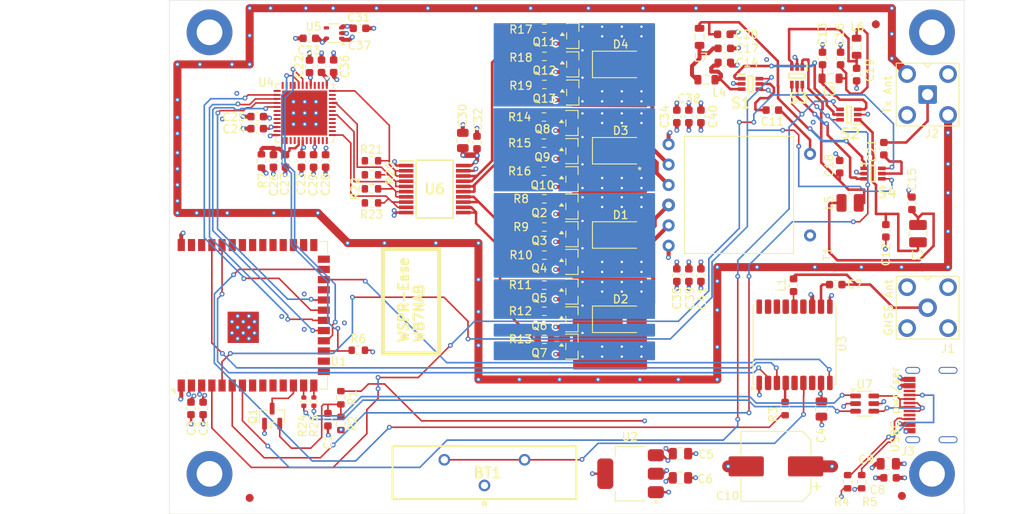
<source format=kicad_pcb>
(kicad_pcb (version 20241229) (generator "pcbnew") (generator_version "9.0")
  (layers (0 "F.Cu" signal) (4 "In1.Cu" signal) (6 "In2.Cu" signal) (2 "B.Cu" signal) (13 "F.Paste" user) (15 "B.Paste" user) (5 "F.SilkS" user "F.Silkscreen") (7 "B.SilkS" user "B.Silkscreen") (1 "F.Mask" user) (3 "B.Mask" user) (25 "Edge.Cuts" user))
  (net 0 "")
  (net 1 "GND")
  (net 2 "+3.3V")
  (net 3 "VBUS")
  (net 4 "/D+")
  (net 5 "/D-")
  (net 6 "/Low Pass Filters/RFout")
  (net 7 "/gnssPPS")
  (net 8 "/hiON")
  (net 9 "/loON")
  (net 10 "/lo1ON")
  (net 11 "/lo2ON")
  (net 12 "/Low Pass Filters/RFin")
  (net 13 "/gnssRx")
  (net 14 "/gnssTx")
  (net 15 "Net-(Q1-S)")
  (net 16 "Net-(J1-In)")
  (net 17 "Net-(U3-RF_IN)")
  (net 18 "Net-(S1-J1)")
  (net 19 "Net-(S2-J2)")
  (net 20 "Net-(S2-J3)")
  (net 21 "Net-(S1-J3)")
  (net 22 "Net-(C15-Pad1)")
  (net 23 "Net-(C16-Pad1)")
  (net 24 "Net-(C17-Pad1)")
  (net 25 "Net-(S3-J2)")
  (net 26 "Net-(S3-J3)")
  (net 27 "Net-(S4-J1)")
  (net 28 "+1V2")
  (net 29 "Net-(U4D-VCCPLL)")
  (net 30 "Net-(J3-CC1)")
  (net 33 "Net-(J3-CC2)")
  (net 34 "Net-(U3-VCC_RF)")
  (net 35 "Net-(Q1-D)")
  (net 36 "Net-(Q2-G)")
  (net 37 "Net-(Q3-G)")
  (net 38 "Net-(Q4-G)")
  (net 39 "Net-(Q5-G)")
  (net 40 "Net-(Q6-G)")
  (net 41 "Net-(Q7-G)")
  (net 42 "Net-(Q8-G)")
  (net 43 "Net-(Q9-G)")
  (net 44 "Net-(Q10-G)")
  (net 45 "Net-(Q11-G)")
  (net 46 "Net-(Q12-G)")
  (net 47 "Net-(Q13-G)")
  (net 48 "Net-(U1-IO48)")
  (net 49 "Net-(S1-J2)")
  (net 50 "Net-(S3-J1)")
  (net 56 "/gnssNRESET")
  (net 60 "/fpgaDONE")
  (net 63 "/fpgaMISO")
  (net 67 "/fpgaNRESET")
  (net 69 "/fpgaNCS")
  (net 71 "/fpgaSCLK")
  (net 74 "/fpgaMOSI")
  (net 93 "/Transmitter/push1")
  (net 95 "/Transmitter/pull2")
  (net 96 "/Transmitter/pull1")
  (net 98 "/Transmitter/push2")
  (net 115 "/Transmitter/push1G")
  (net 116 "/Transmitter/push2G")
  (net 117 "/Transmitter/pull1G")
  (net 118 "/Transmitter/pull2G")
  (net 123 "Net-(S4-J2)")
  (net 124 "/Transmitter/push1D")
  (net 125 "/Transmitter/push2D")
  (net 126 "/Transmitter/pull2D")
  (net 127 "/Transmitter/pull1D")
  (net 129 "/Transmitter/push1T")
  (net 130 "/Transmitter/push2T")
  (net 131 "/Transmitter/pull1T")
  (net 132 "/Transmitter/pull2T")
  (net 133 "Net-(U3-V_BCKP)")
  (net 134 "Net-(U7-IO3)")
  (net 135 "Net-(U7-IO4)")
  (net 136 "Net-(U1-USB_D-)")
  (net 137 "Net-(U1-USB_D+)")
  (footprint "Capacitor_SMD:C_0603_1608Metric" (layer "F.Cu") (at 118.725 75.4)
    (property "Reference" "C17")
    (property "Value" "220pF NP0" (hide yes))
  )
  (footprint "Library:SOT65P220X110-6N" (layer "F.Cu") (at 137.25 91)
    (property "Reference" "S4")
    (property "Value" "AS183-92LF" (hide yes))
  )
  (footprint "Capacitor_SMD:C_0603_1608Metric" (layer "F.Cu") (at 67.06 77.65 -90)
    (property "Reference" "C22")
    (property "Value" "100nF X7R" (hide yes))
  )
  (footprint "RF_GPS:ublox_MAX" (layer "F.Cu") (at 127.475 112.325 90)
    (property "Reference" "U3")
    (property "Value" "ATGM336H-5N31" (hide yes))
  )
  (footprint "Library:ESP32-S3-WROOM-1" (layer "F.Cu") (at 56.34 108.65 90)
    (property "Reference" "U1")
    (property "Value" "ESP32-S3-WROOM-1-N8R8")
  )
  (footprint "Capacitor_SMD:C_0603_1608Metric" (layer "F.Cu") (at 60.535 85.4)
    (property "Reference" "C24")
    (property "Value" "100nF X7R" (hide yes))
  )
  (footprint "Capacitor_SMD:C_0603_1608Metric" (layer "F.Cu") (at 64.06 89.425 90)
    (property "Reference" "C27")
    (property "Value" "10uF X7R" (hide yes))
  )
  (footprint "Capacitor_SMD:C_0603_1608Metric" (layer "F.Cu") (at 133.21 76.6625 90)
    (property "Reference" "C16")
    (property "Value" "470pF NP0" (hide yes))
  )
  (footprint "Package_TO_SOT_SMD:SOT-23" (layer "F.Cu") (at 99.7475 112.55)
    (property "Reference" "Q7")
    (property "Value" "MMBF170" (hide yes))
  )
  (footprint "Package_TO_SOT_SMD:SOT-23" (layer "F.Cu") (at 99.85 73.85)
    (property "Reference" "Q11")
    (property "Value" "MMBF170" (hide yes))
  )
  (footprint "Inductor_SMD:L_1008_2520Metric" (layer "F.Cu") (at 134.4 94.65)
    (property "Reference" "L5")
    (property "Value" "1.2uH" (hide yes))
  )
  (footprint "Connector_Coaxial:SMA_BAT_Wireless_BWSMA-KWE-Z001" (layer "F.Cu") (at 144.05 81.15 -90)
    (property "Reference" "J2")
    (property "Value" "Tx Ant")
  )
  (footprint "Package_TO_SOT_SMD:SOT-23" (layer "F.Cu") (at 62.4 121.2125 90)
    (property "Reference" "Q1")
    (property "Value" "MMBF170" (hide yes))
  )
  (footprint "Capacitor_SMD:C_0603_1608Metric" (layer "F.Cu") (at 87.92 87.125 -90)
    (property "Reference" "C32")
    (property "Value" "100nF X7R" (hide yes))
  )
  (footprint "Package_DFN_QFN:QFN-48-1EP_7x7mm_P0.5mm_EP5.6x5.6mm" (layer "F.Cu") (at 66.46 83.45 -90)
    (property "Reference" "U4")
    (property "Value" "ICE40UP5K-SG48ITR" (hide yes))
  )
  (footprint "Resistor_SMD:R_0603_1608Metric" (layer "F.Cu") (at 135.84 129.38 -90)
    (property "Reference" "R5")
    (property "Value" "5.1k" (hide yes))
  )
  (footprint "Capacitor_SMD:C_0603_1608Metric" (layer "F.Cu") (at 114.31 83.875 -90)
    (property "Reference" "C38")
    (property "Value" "100nF X7R 50V" (hide yes))
  )
  (footprint "Library:SOT65P220X110-6N" (layer "F.Cu") (at 121.9925 79.825)
    (property "Reference" "S1")
    (property "Value" "AS183-92LF" (hide yes))
  )
  (footprint "Resistor_SMD:R_0603_1608Metric" (layer "F.Cu") (at 74.775 94.65 180)
    (property "Reference" "R23")
    (property "Value" "10k" (hide yes))
  )
  (footprint "Resistor_SMD:R_0603_1608Metric" (layer "F.Cu") (at 96.31 101.15)
    (property "Reference" "R10")
    (property "Value" "10" (hide yes))
  )
  (footprint "Inductor_SMD:L_0805_2012Metric" (layer "F.Cu") (at 116.5 79.3 180)
    (property "Reference" "L4")
    (property "Value" "270nH" (hide yes))
  )
  (footprint "Resistor_SMD:R_0603_1608Metric" (layer "F.Cu") (at 96.31 76.4)
    (property "Reference" "R18")
    (property "Value" "10" (hide yes))
  )
  (footprint "Capacitor_SMD:C_0603_1608Metric" (layer "F.Cu") (at 62.56 89.425 90)
    (property "Reference" "C26")
    (property "Value" "100nF X7R" (hide yes))
  )
  (footprint "Capacitor_SMD:C_0603_1608Metric" (layer "F.Cu") (at 132.6 104.825)
    (property "Reference" "C7")
    (property "Value" "100pF NP0" (hide yes))
  )
  (footprint "Resistor_SMD:R_0603_1608Metric" (layer "F.Cu") (at 126.3 120.275 90)
    (property "Reference" "R3")
    (property "Value" "10k" (hide yes))
  )
  (footprint "Capacitor_SMD:C_0603_1608Metric" (layer "F.Cu") (at 69.06 89.425 90)
    (property "Reference" "C28")
    (property "Value" "100nF X7R" (hide yes))
  )
  (footprint "MountingHole:MountingHole_3.2mm_M3_ISO7380_Pad" (layer "F.Cu") (at 54.6 128.4)
    (property "Reference" "H1" (hide yes))
    (property "Value" "MountingHole_Pad" (hide yes))
  )
  (footprint "Resistor_SMD:R_0603_1608Metric" (layer "F.Cu") (at 96.31 97.65)
    (property "Reference" "R9")
    (property "Value" "10" (hide yes))
  )
  (footprint "Package_TO_SOT_SMD:SOT-23" (layer "F.Cu") (at 99.7475 88.2)
    (property "Reference" "Q9")
    (property "Value" "MMBF170" (hide yes))
  )
  (footprint "Resistor_SMD:R_0603_1608Metric" (layer "F.Cu") (at 96.31 72.9)
    (property "Reference" "R17")
    (property "Value" "10" (hide yes))
  )
  (footprint "Inductor_SMD:L_0603_1608Metric" (layer "F.Cu") (at 127.35 104.9 90)
    (property "Reference" "L1")
    (property "Value" "47nH" (hide yes))
  )
  (footprint "Package_TO_SOT_SMD:SOT-23" (layer "F.Cu") (at 99.7475 84.7)
    (property "Reference" "Q8")
    (property "Value" "MMBF170" (hide yes))
  )
  (footprint "Resistor_SMD:R_0603_1608Metric" (layer "F.Cu") (at 96.26 87.2)
    (property "Reference" "R15")
    (property "Value" "10" (hide yes))
  )
  (footprint "Capacitor_SMD:C_0603_1608Metric" (layer "F.Cu") (at 67.56 89.425 90)
    (property "Reference" "C29")
    (property "Value" "10uF X7R" (hide yes))
  )
  (footprint "Resistor_SMD:R_0603_1608Metric" (layer "F.Cu") (at 74.775 91.15 180)
    (property "Reference" "R20")
    (property "Value" "10k" (hide yes))
  )
  (footprint "Capacitor_SMD:C_0603_1608Metric" (layer "F.Cu") (at 60.535 83.9)
    (property "Reference" "C25")
    (property "Value" "10uF X7R" (hide yes))
  )
  (footprint "Capacitor_SMD:C_0603_1608Metric" (layer "F.Cu") (at 66.06 89.425 90)
    (property "Reference" "C23")
    (property "Value" "10uF X7R" (hide yes))
  )
  (footprint "Capacitor_SMD:C_0603_1608Metric" (layer "F.Cu") (at 130.96 76.6625 90)
    (property "Reference" "C13")
    (property "Value" "220pF NP0" (hide yes))
  )
  (footprint "Capacitor_SMD:C_0603_1608Metric" (layer "F.Cu") (at 53.8 120.25 -90)
    (property "Reference" "C2")
    (property "Value" "100nF X7R" (hide yes))
  )
  (footprint "Diode_SMD:D_SMA" (layer "F.Cu") (at 105.81 77.4)
    (property "Reference" "D4")
    (property "Value" "SS14" (hide yes))
  )
  (footprint "Capacitor_SMD:CP_Elec_8x10.5" (layer "F.Cu") (at 125.1525 127.47 180)
    (property "Reference" "C10")
    (property "Value" "100uF X7R 25V")
  )
  (footprint "Capacitor_SMD:C_0603_1608Metric" (layer "F.Cu") (at 112.81 83.875 -90)
    (property "Reference" "C34")
    (property "Value" "10uF X7R 25V" (hide yes))
  )
  (footprint "Package_TO_SOT_SMD:SOT-23" (layer "F.Cu") (at 99.7475 105.7)
    (property "Reference" "Q5")
    (property "Value" "MMBF170" (hide yes))
  )
  (footprint "Library:S8401-46" (layer "F.Cu") (at 88.85 128.25 180)
    (property "Reference" "BT1")
    (property "Value" "S8401-46" (hide yes))
  )
  (footprint "Capacitor_SMD:C_0603_1608Metric" (layer "F.Cu") (at 118.725 77.15)
    (property "Reference" "C14")
    (property "Value" "100pF NP0" (hide yes))
  )
  (footprint "Library:HRO-TYPE-C-31-M-12" (layer "F.Cu") (at 146.85 119.83 -90)
    (property "Reference" "J3")
    (property "Value" "USBC pwr/ser")
  )
  (footprint "Capacitor_SMD:C_0603_1608Metric" (layer "F.Cu") (at 52.29 120.25 -90)
    (property "Reference" "C3")
    (property "Value" "10uF X7R" (hide yes))
  )
  (footprint "Capacitor_SMD:C_0603_1608Metric" (layer "F.Cu") (at 139.37 128.9)
    (property "Reference" "C8")
    (property "Value" "100nF X7R 50V" (hide yes))
  )
  (footprint "Package_TO_SOT_SMD:SOT-23" (layer "F.Cu") (at 99.85 77.4)
    (property "Reference" "Q12")
    (property "Value" "MMBF170" (hide yes))
  )
  (footprint "Resistor_SMD:R_0603_1608Metric" (layer "F.Cu") (at 96.26 90.7)
    (property "Reference" "R16")
    (property "Value" "10" (hide yes))
  )
  (footprint "Resistor_SMD:R_0402_1005Metric" (layer "F.Cu") (at 66.35 119.41 -90)
    (property "Reference" "R24")
    (property "Value" "0")
  )
  (footprint "Capacitor_SMD:C_0603_1608Metric" (layer "F.Cu") (at 135.21 78.6625 -90)
    (property "Reference" "C19")
    (property "Value" "220pF NP0" (hide yes))
  )
  (footprint "Inductor_SMD:L_1008_2520Metric" (layer "F.Cu") (at 142.85 98.475 90)
    (property "Reference" "L2")
    (property "Value" "1.2uH" (hide yes))
  )
  (footprint "Resistor_SMD:R_0603_1608Metric" (layer "F.Cu") (at 96.31 111.65)
    (property "Reference" "R13")
    (property "Value" "10" (hide yes))
  )
  (footprint "Capacitor_SMD:C_0603_1608Metric" (layer "F.Cu") (at 69.35 121.65 -90)
    (property "Reference" "C1")
    (property "Value" "100nF X7R")
  )
  (footprint "Resistor_SMD:R_0603_1608Metric" (layer "F.Cu") (at 70.96 122.12 -90)
    (property "Reference" "R2")
    (property "Value" "100k" (hide yes))
  )
  (footprint "Resistor_SMD:R_0603_1608Metric" (layer "F.Cu") (at 70.96 118.925 -90)
    (property "Reference" "R1")
    (property "Value" "100k" (hide yes))
  )
  (footprint "Capacitor_SMD:C_0805_2012Metric" (layer "F.Cu") (at 139.15 127.15)
    (property "Reference" "C9")
    (property "Value" "10uF X7R 50V" (hide yes))
  )
  (footprint "Capacitor_SMD:C_0603_1608Metric" (layer "F.Cu") (at 142.1 94.7 90)
    (property "Reference" "C15")
    (property "Value" "1nF NP0" (hide yes))
  )
  (footprint "Resistor_SMD:R_0603_1608Metric" (layer "F.Cu") (at 96.31 94.15)
    (property "Reference" "R8")
    (property "Value" "10" (hide yes))
  )
  (footprint "Capacitor_SMD:C_0603_1608Metric" (layer "F.Cu") (at 67.035 74.15)
    (property "Reference" "C33")
    (property "Value" "1uF X7R" (hide yes))
  )
  (footprint "Fiducial:Fiducial_1mm_Mask2mm" (layer "F.Cu") (at 140.85 131.15)
    (property "Reference" "FID3" (hide yes))
    (property "Value" "Fiducial" (hide yes))
  )
  (footprint "Capacitor_SMD:C_0603_1608Metric" (layer "F.Cu") (at 68.55 77.625 -90)
    (property "Reference" "C37")
    (property "Value" "10uF X7R" (hide yes))
  )
  (footprint "MountingHole:MountingHole_3.2mm_M3_ISO7380_Pad" (layer "F.Cu") (at 144.6 128.4)
    (property "Reference" "H4" (hide yes))
    (property "Value" "MountingHole_Pad" (hide yes))
  )
  (footprint "Package_TO_SOT_SMD:SOT-23" (layer "F.Cu") (at 99.7475 102)
    (property "Reference" "Q4")
    (property "Value" "MMBF170" (hide yes))
  )
  (footprint "Capacitor_SMD:C_0603_1608Metric" (layer "F.Cu") (at 124.71 83.0875 180)
    (property "Reference" "C11")
    (property "Value" "100nF X7R" (hide yes))
  )
  (footprint "Capacitor_SMD:C_0603_1608Metric" (layer "F.Cu") (at 73.285 72.9 180)
    (property "Reference" "C31")
    (property "Value" "1uF X7R" (hide yes))
  )
  (footprint "Capacitor_SMD:C_0603_1608Metric" (layer "F.Cu") (at 115.81 103.65 90)
    (property "Reference" "C41")
    (property "Value" "100pF NP0 50V" (hide yes))
  )
  (footprint "Inductor_SMD:L_0805_2012Metric" (layer "F.Cu") (at 115.6425 73.9625 90)
    (property "Reference" "L7")
    (property "Value" "270nH" (hide yes))
  )
  (footprint "Resistor_SMD:R_0603_1608Metric" (layer "F.Cu") (at 61.06 89.425 -90)
    (property "Reference" "R7")
    (property "Value" "10" (hide yes))
  )
  (footprint "Resistor_SMD:R_0603_1608Metric" (layer "F.Cu") (at 134.09 129.38 -90)
    (property "Reference" "R4")
    (property "Value" "5.1k" (hide yes))
  )
  (footprint "Capacitor_SMD:C_0603_1608Metric" (layer "F.Cu") (at 112.81 103.65 90)
    (property "Reference" "C35")
    (property "Value" "10uF X7R 25V" (hide yes))
  )
  (footprint "Capacitor_SMD:C_0603_1608Metric" (layer "F.Cu") (at 115.81 83.875 -90)
    (property "Reference" "C40")
    (property "Value" "100pF NP0 50V" (hide yes))
  )
  (footprint "Inductor_SMD:L_0805_2012Metric" (layer "F.Cu") (at 131.96 79.1375)
    (property "Reference" "L3")
    (property "Value" "560nH" (hide yes))
  )
  (footprint "Package_TO_SOT_SMD:SOT-23" (layer "F.Cu") (at 99.7475 91.7)
    (property "Reference" "Q10")
    (property "Value" "MMBF170" (hide yes))
  )
  (footprint "Inductor_SMD:L_0805_2012Metric" (layer "F.Cu") (at 135.21 75.2 -90)
    (property "Reference" "L6")
    (property "Value" "560nH" (hide yes))
  )
  (footprint "Resistor_SMD:R_0603_1608Metric" (layer "F.Cu") (at 73.135 113)
    (property "Reference" "R6")
    (property "Value" "10k" (hide yes))
  )
  (footprint "Resistor_SMD:R_0603_1608Metric" (layer "F.Cu") (at 74.775 89.4 180)
    (property "Reference" "R21")
    (property "Value" "10k" (hide yes))
  )
  (footprint "Capacitor_SMD:C_0603_1608Metric" (layer "F.Cu") (at 138.85 98.125 -90)
    (property "Reference" "C12")
    (property "Value" "470pF NP0" (hide yes))
  )
  (footprint "Library:SOT65P220X110-6N" (layer "F.Cu") (at 127.79 78.8125 -90)
    (property "Reference" "S3")
    (property "Value" "AS183-92LF" (hide yes))
  )
  (footprint "Capacitor_SMD:C_0603_1608Metric" (layer "F.Cu") (at 114.31 103.65 90)
    (property "Reference" "C39")
    (property "Value" "100nF X7R 50V" (hide yes))
  )
  (footprint "MountingHole:MountingHole_3.2mm_M3_ISO7380_Pad" (layer "F.Cu") (at 144.6 73.4)
    (property "Reference" "H2" (hide yes))
    (property "Value" "MountingHole_Pad" (hide yes))
  )
  (footprint "Resistor_SMD:R_0603_1608Metric" (layer "F.Cu") (at 96.31 79.9)
    (property "Reference" "R19")
    (property "Value" "10" (hide yes))
  )
  (footprint "Package_TO_SOT_SMD:SOT-23" (layer "F.Cu") (at 99.85 80.9)
    (property "Reference" "Q13")
    (property "Value" "MMBF170" (hide yes))
  )
  (footprint "Library:SOP65P780X200-20N" (layer "F.Cu") (at 82.65 92.925)
    (property "Reference" "U6")
    (property "Value" "CD74ACT541SM96" (hide yes))
  )
  (footprint "Package_TO_SOT_SMD:SOT-23" (layer "F.Cu") (at 99.7475 98.55)
    (property "Reference" "Q3")
    (property "Value" "MMBF170" (hide yes))
  )
  (footprint "Resistor_SMD:R_0603_1608Metric" (layer "F.Cu") (at 96.31 108.15)
    (property "Reference" "R12")
    (property "Value" "10" (hide yes))
  )
  (footprint "Capacitor_SMD:C_0603_1608Metric" (layer "F.Cu") (at 133.1 90.15 90)
    (property "Reference" "C18")
    (property "Value" "470pF NP0" (hide yes))
  )
  (footprint "Package_TO_SOT_SMD:SOT-223-3_TabPin2" (layer "F.Cu") (at 107.04875 128.385 180)
    (property "Reference" "U2")
    (property "Value" "NCP1117-3.3_SOT223" (hide yes))
  )
  (footprint "Capacitor_SMD:C_0805_2012Metric" (layer "F.Cu") (at 130.825 120.325 -90)
    (property "Reference" "C4")
    (property "Value" "10uF X7R" (hide yes))
  )
  (footprint "Capacitor_SMD:C_0805_2012Metric" (layer "F.Cu") (at 113.26625 128.9)
    (property "Reference" "C6")
    (property "Value" "10uF X7R" (hide yes))
  )
  (footprint "Fiducial:Fiducial_1mm_Mask2mm" (layer "F.Cu") (at 137.6 72.4)
    (property "Reference" "FID2" (hide yes))
    (property "Value" "Fiducial" (hide yes))
  )
  (footprint "Resistor_SMD:R_0603_1608Metric" (layer "F.Cu") (at 96.26 83.95)
    (property "Reference" "R14")
    (property "Value" "10" (hide yes))
  )
  (footprint "Capacitor_SMD:C_0603_1608Metric" (layer "F.Cu") (at 138.6 87.9 90)
    (property "Reference" "C21")
    (property "Value" "100nF X7R" (hide yes))
  )
  (footprint "Resistor_SMD:R_0603_1608Metric" (layer "F.Cu") (at 74.775 92.9 180)
    (property "Reference" "R22")
    (property "Value" "10k" (hide yes))
  )
  (footprint "Resistor_SMD:R_0603_1608Metric" (layer "F.Cu") (at 96.31 104.9)
    (property "Reference" "R11")
    (property "Value" "10" (hide yes))
  )
  (footprint "Resistor_SMD:R_0402_1005Metric" (layer "F.Cu") (at 67.6 119.4 -90)
    (property "Reference" "R25")
    (property "Value" "0")
  )
  (footprint "Capacitor_SMD:C_0805_2012Metric" (layer "F.Cu") (at 86.15 86.875 -90)
    (property "Reference" "C30")
    (property "Value" "10uF X7R" (hide yes))
  )
  (footprint "Capacitor_SMD:C_0603_1608Metric" (layer "F.Cu") (at 118.6675 73.65)
    (property "Reference" "C20")
    (property "Value" "100pF NP0" (hide yes))
  )
  (footprint "Library:bn-43-202-horizontal" (layer "F.Cu") (at 120.56 93.65 90)
    (property "Reference" "T1")
    (property "Value" "BN-43-202_DualPri_CTSec" (hide yes))
  )
  (footprint "Fiducial:Fiducial_1mm_Mask2mm" (layer "F.Cu") (at 59.6 131.4)
    (property "Reference" "FID1" (hide yes))
    (property "Value" "Fiducial" (hide yes))
  )
  (footprint "Connector_Coaxial:SMA_BAT_Wireless_BWSMA-KWE-Z001" (layer "F.Cu") (at 144.05 107.7 -90)
    (property "Reference" "J1")
    (property "Value" "GNSS Ant")
  )
  (footprint "Diode_SMD:D_SMA" (layer "F.Cu") (at 105.81 88.15)
    (property "Reference" "D3")
    (property "Value" "SS14" (hide yes))
  )
  (footprint "Capacitor_SMD:C_0805_2012Metric" (layer "F.Cu") (at 113.26625 125.89)
    (property "Reference" "C5")
    (property "Value" "10uF X7R" (hide yes))
  )
  (footprint "Library:SOT65P220X110-6N" (layer "F.Cu") (at 134.25 83.65 180)
    (property "Reference" "S2")
    (property "Value" "AS183-92LF" (hide yes))
  )
  (footprint "Capacitor_SMD:C_0603_1608Metric" (layer "F.Cu") (at 70.06 77.625 -90)
    (property "Reference" "C36")
    (property "Value" "100nF X7R" (hide yes))
  )
  (footprint "Package_TO_SOT_SMD:SOT-23" (layer "F.Cu") (at 99.7475 95.1)
    (property "Reference" "Q2")
    (property "Value" "MMBF170" (hide yes))
  )
  (footprint "Package_TO_SOT_SMD:SOT-23" (layer "F.Cu") (at 99.7475 109.15)
    (property "Reference" "Q6")
    (property "Value" "MMBF170" (hide yes))
  )
  (footprint "Diode_SMD:D_SMA" (layer "F.Cu") (at 105.81 98.65)
    (property "Reference" "D1")
    (property "Value" "SS14" (hide yes))
  )
  (footprint "MountingHole:MountingHole_3.2mm_M3_ISO7380_Pad" (layer "F.Cu") (at 54.6 73.4)
    (property "Reference" "H3" (hide yes))
    (property "Value" "MountingHole_Pad" (hide yes))
  )
  (footprint "Package_TO_SOT_SMD:SOT-353_SC-70-5" (layer "F.Cu") (at 70.11 73.5 180)
    (property "Reference" "U5")
    (property "Value" "TLV70012" (hide yes))
  )
  (footprint "Package_TO_SOT_SMD:SOT-23-6" (layer "F.Cu") (at 136.2125 119.65)
    (property "Reference" "U7")
    (property "Value" "SRV05-4")
  )
  (footprint "Diode_SMD:D_SMA" (layer "F.Cu") (at 105.81 109.15)
    (property "Reference" "D2")
    (property "Value" "SS14" (hide yes))
  )
  (gr_rect (start 76.2 100.4) (end 83.2 113.4) (stroke (width 0.5)) (fill no) (layer "F.SilkS"))
  (gr_rect (start 49.6 69.4) (end 148.6 133.4) (stroke (width 0.05)) (fill no) (layer "Edge.Cuts"))
  (gr_text "*" (at 108.1834 90.6182 0) (layer "F.SilkS") (effects (font (size 0.8 0.8) (thickness 0.12))))
  (gr_text "WSPR-Ease\nWB7NAB" (at 81.4 112.2 90) (layer "F.SilkS") (effects (font (size 1.2 1.2) (thickness 0.3) (bold yes)) (justify left bottom)))
  (segment (start 70.96 122.920761) (end 70.987764 122.892997) (width 0.3) (layer "F.Cu") (net 1))
  (segment (start 135.35 83.65) (end 136.55 83.65) (width 0.2) (layer "F.Cu") (net 1))
  (segment (start 51.08 99.9) (end 51.08 98.63) (width 0.5) (layer "F.Cu") (net 1))
  (segment (start 98.9125 78.35) (end 97.71 78.35) (width 0.5) (layer "F.Cu") (net 1))
  (segment (start 59.6 77.4) (end 59.6 70.4) (width 1) (layer "F.Cu") (net 1))
  (segment (start 133.21 75.8875) (end 133.21 74.9375) (width 0.3) (layer "F.Cu") (net 1))
  (segment (start 69.06 90.2) (end 69.06 91.1) (width 0.5) (layer "F.Cu") (net 1))
  (segment (start 114.31 83.1) (end 114.31 82.2) (width 0.5) (layer "F.Cu") (net 1))
  (segment (start 117.85 116.65) (end 88.1 116.65) (width 1) (layer "F.Cu") (net 1))
  (segment (start 130.96 75.8875) (end 130.96 74.9375) (width 0.3) (layer "F.Cu") (net 1))
  (segment (start 139.6 70.4) (end 139.6 76.65) (width 1) (layer "F.Cu") (net 1))
  (segment (start 141.8 116.63) (end 140.83 116.63) (width 0.5) (layer "F.Cu") (net 1))
  (segment (start 120.8925 79.825) (end 119.8925 79.825) (width 0.3) (layer "F.Cu") (net 1))
  (segment (start 56.8 95.9) (end 50.6 95.9) (width 1) (layer "F.Cu") (net 1))
  (segment (start 120.245908 77.55) (end 120.322954 77.472954) (width 0.5) (layer "F.Cu") (net 1))
  (segment (start 141.367714 123.038228) (end 141.367714 123.117622) (width 0.5) (layer "F.Cu") (net 1))
  (segment (start 79.1 90) (end 77.9 90) (width 0.3) (layer "F.Cu") (net 1))
  (segment (start 98.81 113.5) (end 97.71 113.5) (width 0.5) (layer "F.Cu") (net 1))
  (segment (start 140.1 127.15) (end 141.145 127.15) (width 0.5) (layer "F.Cu") (net 1))
  (segment (start 115.13375 128.9) (end 115.14875 128.885) (width 0.3) (layer "F.Cu") (net 1))
  (segment (start 86.15 85.925) (end 86.15 84.92) (width 0.5) (layer "F.Cu") (net 1))
  (segment (start 69.35 122.6) (end 69.35 123.55) (width 0.3) (layer "F.Cu") (net 1))
  (segment (start 119.4425 73.4) (end 120.4 73.4) (width 0.5) (layer "F.Cu") (net 1))
  (segment (start 114.21625 125.89) (end 115.19375 125.89) (width 0.3) (layer "F.Cu") (net 1))
  (segment (start 119.5 77.55) (end 120.245908 77.55) (width 0.5) (layer "F.Cu") (net 1))
  (segment (start 140.895 128.9) (end 141.195 128.9) (width 0.5) (layer "F.Cu") (net 1))
  (segment (start 64.06 90.2) (end 64.06 91.05) (width 0.5) (layer "F.Cu") (net 1))
  (segment (start 135.364576 91) (end 135.180644 90.816068) (width 0.2) (layer "F.Cu") (net 1))
  (segment (start 51.08 117.4) (end 51.08 119.03) (width 0.5) (layer "F.Cu") (net 1))
  (segment (start 59.76 83.9) (end 58.76 83.9) (width 0.5) (layer "F.Cu") (net 1))
  (segment (start 130.825 121.275) (end 130.825 122.3) (width 0.3) (layer "F.Cu") (net 1))
  (segment (start 68.55 76.85) (end 68.55 75.96) (width 0.5) (layer "F.Cu") (net 1))
  (segment (start 110.19875 130.685) (end 111.79875 130.685) (width 0.3) (layer "F.Cu") (net 1))
  (segment (start 131.875 106.4) (end 132.1 106.175) (width 0.3) (layer "F.Cu") (net 1))
  (segment (start 98.81 106.65) (end 97.71 106.65) (width 0.5) (layer "F.Cu") (net 1))
  (segment (start 98.81 92.65) (end 97.71 92.65) (width 0.5) (layer "F.Cu") (net 1))
  (segment (start 79.1 95.85) (end 77.85 95.85) (width 0.3) (layer "F.Cu") (net 1))
  (segment (start 77.9 90) (end 77.65462 89.75462) (width 0.3) (layer "F.Cu") (net 1))
  (segment (start 146.6 85.9) (end 146.6 102.65) (width 1) (layer "F.Cu") (net 1))
  (segment (start 138.85 98.9) (end 138.85 100.35) (width 0.2) (layer "F.Cu") (net 1))
  (segment (start 127.79 76.785907) (end 127.512827 76.508734) (width 0.3) (layer "F.Cu") (net 1))
  (segment (start 86.2 90.65) (end 87.545908 90.65) (width 0.3) (layer "F.Cu") (net 1))
  (segment (start 52.31 121.15) (end 52.31 122.2) (width 0.3) (layer "F.Cu") (net 1))
  (segment (start 129.675 106.25) (end 129.5 106.075) (width 0.5) (layer "F.Cu") (net 1))
  (segment (start 120.4 73.4) (end 120.45 73.35) (width 0.5) (layer "F.Cu") (net 1))
  (segment (start 77.85 95.85) (end 77.6 95.6) (width 0.3) (layer "F.Cu") (net 1))
  (segment (start 77.65462 89.75462) (end 77.65462 89.51038) (width 0.3) (layer "F.Cu") (net 1))
  (segment (start 98.81 85.65) (end 97.71 85.65) (width 0.5) (layer "F.Cu") (net 1))
  (segment (start 141.675 93.925) (end 141.675 93.1) (width 0.3) (layer "F.Cu") (net 1))
  (segment (start 73.96 113) (end 74.723049 113) (width 0.2) (layer "F.Cu") (net 1))
  (segment (start 119.5 75.4) (end 120.4 75.4) (width 0.5) (layer "F.Cu") (net 1))
  (segment (start 135.075 119.65) (end 133.95 119.65) (width 0.2) (layer "F.Cu") (net 1))
  (segment (start 64.06 91.05) (end 64.012537 91.097463) (width 0.5) (layer "F.Cu") (net 1))
  (segment (start 138.85 100.35) (end 138.8 100.4) (width 0.2) (layer "F.Cu") (net 1))
  (segment (start 68.1 95.9) (end 56.8 95.9) (width 1) (layer "F.Cu") (net 1))
  (segment (start 98.81 102.95) (end 97.71 102.95) (width 0.5) (layer "F.Cu") (net 1))
  (segment (start 143.366224 102.65) (end 143.356224 102.66) (width 1) (layer "F.Cu") (net 1))
  (segment (start 87.545908 90.65) (end 87.784114 90.411794) (width 0.3) (layer "F.Cu") (net 1))
  (segment (start 115.81 83.1) (end 115.81 82.2) (width 0.5) (layer "F.Cu") (net 1))
  (segment (start 71.06 73.5) (end 71.63431 73.5) (width 0.5) (layer "F.Cu") (net 1))
  (segment (start 140.83 116.63) (end 140.6 116.4) (width 0.5) (layer "F.Cu") (net 1))
  (segment (start 132.443776 102.66) (end 132.433776 102.65) (width 1) (layer "F.Cu") (net 1))
  (segment (start 121.9075 127.47) (end 119.2075 127.47) (width 1.5) (layer "F.Cu") (net 1))
  (segment (start 114.31 104.425) (end 114.31 105.3) (width 0.5) (layer "F.Cu") (net 1))
  (segment (start 62.56 90.2) (end 62.56 91.05) (width 0.5) (layer "F.Cu") (net 1))
  (segment (start 98.9125 74.8) (end 97.71 74.8) (width 0.5) (layer "F.Cu") (net 1))
  (segment (start 133.95 119.65) (end 133.6 120) (width 0.2) (layer "F.Cu") (net 1))
  (segment (start 133.1 89.025) (end 132.6 88.525) (width 0.2) (layer "F.Cu") (net 1))
  (segment (start 86.15 84.92) (end 86.17 84.9) (width 0.5) (layer "F.Cu") (net 1))
  (segment (start 51.08 119.03) (end 51.01 119.1) (width 0.5) (layer "F.Cu") (net 1))
  (segment (start 53.8 121.025) (end 53.8 122.19) (width 0.3) (layer "F.Cu") (net 1))
  (segment (start 134.09 130.205) (end 133.615 130.205) (width 0.2) (layer "F.Cu") (net 1))
  (segment (start 130.825 122.3) (end 130.85 122.3) (width 0.5) (layer "F.Cu") (net 1))
  (segment (start 115.81 104.425) (end 115.81 105.3) (width 0.5) (layer "F.Cu") (net 1))
  (segment (start 136.55 83.65) (end 136.6 83.6) (width 0.2) (layer "F.Cu") (net 1))
  (segment (start 52.29 121.13) (end 52.31 121.15) (width 0.3) (layer "F.Cu") (net 1))
  (segment (start 52.29 121.025) (end 52.29 121.13) (width 0.3) (layer "F.Cu") (net 1))
  (segment (start 146.6 85.9) (end 146.6 83.825) (width 1) (layer "F.Cu") (net 1))
  (segment (start 71.8 99.65) (end 88.1 99.65) (width 1) (layer "F.Cu") (net 1))
  (segment (start 74.06 72.9) (end 75.06 72.9) (width 0.5) (layer "F.Cu") (net 1))
  (segment (start 70.06 76.85) (end 70.06 75.95) (width 0.5) (layer "F.Cu") (net 1))
  (segment (start 98.9125 81.85) (end 97.71 81.85) (width 0.5) (layer "F.Cu") (net 1))
  (segment (start 133.31 130.51) (end 133.31 131.2475) (width 0.2) (layer "F.Cu") (net 1))
  (segment (start 50.6 77.4) (end 59.6 77.4) (width 1) (layer "F.Cu") (net 1))
  (segment (start 59.76 85.4) (end 58.76 85.4) (width 0.5) (layer "F.Cu") (net 1))
  (segment (start 141.8 123.03) (end 141.375942 123.03) (width 0.5) (layer "F.Cu") (net 1))
  (segment (start 98.81 110.1) (end 97.71 110.1) (width 0.5) (layer "F.Cu") (net 1))
  (segment (start 50.6 95.9) (end 50.6 77.4) (width 1) (layer "F.Cu") (net 1))
  (segment (start 133.1 89.375) (end 133.1 89.025) (width 0.2) (layer "F.Cu") (net 1))
  (segment (start 112.81 83.1) (end 112.81 82.2) (width 0.5) (layer "F.Cu") (net 1))
  (segment (start 135.84 130.205) (end 135.082272 130.205) (width 0.2) (layer "F.Cu") (net 1))
  (segment (start 130.85 122.3) (end 130.875 122.325) (width 0.5) (layer "F.Cu") (net 1))
  (segment (start 135.082272 130.205) (end 134.96 130.327272) (width 0.2) (layer "F.Cu") (net 1))
  (segment (start 77.95 95.85) (end 77.6 96.2) (width 0.3) (layer "F.Cu") (net 1))
  (segment (start 135.21 79.4375) (end 135.21 80.3875) (width 0.3) (layer "F.Cu") (net 1))
  (segment (start 67.06 76.875) (end 67.06 75.95) (width 0.5) (layer "F.Cu") (net 1))
  (segment (start 98.81 89.15) (end 97.71 89.15) (width 0.5) (layer "F.Cu") (net 1))
  (segment (start 88.1 116.65) (end 88.1 99.65) (width 1) (layer "F.Cu") (net 1))
  (segment (start 71.63431 73.5) (end 71.672285 73.537975) (width 0.5) (layer "F.Cu") (net 1))
  (segment (start 71.8 99.6) (end 68.1 95.9) (width 1) (layer "F.Cu") (net 1))
  (segment (start 146.6 83.825) (end 146.725 83.7) (width 1) (layer "F.Cu") (net 1))
  (segment (start 141.375942 123.03) (end 141.367714 123.038228) (width 0.5) (layer "F.Cu") (net 1))
  (segment (start 87.92 86.35) (end 87.92 85.35) (width 0.5) (layer "F.Cu") (net 1))
  (segment (start 129.675 107.575) (end 129.675 106.25) (width 0.5) (layer "F.Cu") (net 1))
  (segment (start 119.8925 79.825) (end 119.85 79.7825) (width 0.2) (layer "F.Cu") (net 1))
  (segment (start 139.6 76.65) (end 139.675 76.65) (width 1) (layer "F.Cu") (net 1))
  (segment (start 123.075 118.55) (end 123.1 118.575) (width 0.3) (layer "F.Cu") (net 1))
  (segment (start 74.723049 113) (end 74.9316 113.208551) (width 0.2) (layer "F.Cu") (net 1))
  (segment (start 136.15 91) (end 135.364576 91) (width 0.2) (layer "F.Cu") (net 1))
  (segment (start 69.35 123.55) (end 69.4 123.6) (width 0.3) (layer "F.Cu") (net 1))
  (segment (start 66.06 90.2) (end 66.06 91.1) (width 0.5) (layer "F.Cu") (net 1))
  (segment (start 119.85 79.7825) (end 119.85 79.765) (width 0.2) (layer "F.Cu") (net 1))
  (segment (start 59.6 70.4) (end 139.6 70.4) (width 1) (layer "F.Cu") (net 1))
  (segment (start 70.96 122.945) (end 70.96 122.920761) (width 0.3) (layer "F.Cu") (net 1))
  (segment (start 51.08 98.63) (end 51.31 98.4) (width 0.5) (layer "F.Cu") (net 1))
  (segment (start 139.675 76.65) (end 141.625 78.6) (width 1) (layer "F.Cu") (net 1))
  (segment (start 146.6 102.65) (end 143.366224 102.65) (width 1) (layer "F.Cu") (net 1))
  (segment (start 114.21625 128.9) (end 115.13375 128.9) (width 0.3) (layer "F.Cu") (net 1))
  (segment (start 98.81 96.05) (end 97.71 96.05) (width 0.5) (layer "F.Cu") (net 1))
  (segment (start 67.56 90.2) (end 67.56 91.1) (width 0.5) (layer "F.Cu") (net 1))
  (segment (start 98.81 99.5) (end 97.71 99.5) (width 0.5) (layer "F.Cu") (net 1))
  (segment (start 127.79 77.7125) (end 127.79 76.785907) (width 0.3) (layer "F.Cu") (net 1))
  (segment (start 132.433776 102.65) (end 117.85 102.65) (width 1) (layer "F.Cu") (net 1))
  (segment (start 123.075 117.075) (end 123.075 118.55) (width 0.3) (layer "F.Cu") (net 1))
  (segment (start 115.19375 125.89) (end 115.19875 125.885) (width 0.3) (layer "F.Cu") (net 1))
  (segment (start 133.615 130.205) (end 133.31 130.51) (width 0.2) (layer "F.Cu") (net 1))
  (segment (start 71.8 99.65) (end 71.8 99.6) (width 1) (layer "F.Cu") (net 1))
  (segment (start 131.875 107.575) (end 131.875 106.4) (width 0.3) (layer "F.Cu") (net 1))
  (segment (start 140.145 128.9) (end 140.895 128.9) (width 0.5) (layer "F.Cu") (net 1))
  (segment (start 112.81 104.425) (end 112.81 105.3) (width 0.5) (layer "F.Cu") (net 1))
  (segment (start 117.85 102.65) (end 117.85 116.65) (width 1) (layer "F.Cu") (net 1))
  (segment (start 143.356224 102.66) (end 132.443776 102.66) (width 1) (layer "F.Cu") (net 1))
  (segment (start 66.26 74.15) (end 65.31 74.15) (width 0.5) (layer "F.Cu") (net 1))
  (via (at 70 70.4) (size 0.6) (drill 0.3) (layers "F.Cu" "B.Cu") (net 1))
  (via (at 112.81 82.2) (size 0.6) (drill 0.3) (layers "F.Cu" "B.Cu") (net 1))
  (via (at 139.6 73.6) (size 0.6) (drill 0.3) (layers "F.Cu" "B.Cu") (net 1))
  (via (at 97.71 89.15) (size 0.6) (drill 0.3) (layers "F.Cu" "B.Cu") (net 1))
  (via (at 68.1 95.9) (size 0.6) (drill 0.3) (layers "F.Cu" "B.Cu") (net 1))
  (via (at 97.71 99.5) (size 0.6) (drill 0.3) (layers "F.Cu" "B.Cu") (net 1))
  (via (at 111.79875 130.685) (size 0.6) (drill 0.3) (layers "F.Cu" "B.Cu") (net 1))
  (via (at 136.6 83.6) (size 0.6) (drill 0.3) (layers "F.Cu" "B.Cu") (net 1))
  (via (at 146.6 98.2) (size 0.6) (drill 0.3) (layers "F.Cu" "B.Cu") (net 1))
  (via (at 119.85 79.765) (size 0.6) (drill 0.3) (layers "F.Cu" "B.Cu") (net 1))
  (via (at 114.31 105.3) (size 0.6) (drill 0.3) (layers "F.Cu" "B.Cu") (net 1))
  (via (at 53.8 122.19) (size 0.6) (drill 0.3) (layers "F.Cu" "B.Cu") (net 1))
  (via (at 71.672285 73.537975) (size 0.6) (drill 0.3) (layers "F.Cu" "B.Cu") (net 1))
  (via (at 135.8 102.65) (size 0.6) (drill 0.3) (layers "F.Cu" "B.Cu") (net 1))
  (via (at 117.85 112.6) (size 0.6) (drill 0.3) (layers "F.Cu" "B.Cu") (net 1))
  (via (at 64.012537 91.097463) (size 0.6) (drill 0.3) (layers "F.Cu" "B.Cu") (net 1))
  (via (at 93.2 116.65) (size 0.6) (drill 0.3) (layers "F.Cu" "B.Cu") (net 1))
  (via (at 133.31 131.2475) (size 0.6) (drill 0.3) (layers "F.Cu" "B.Cu") (net 1))
  (via (at 81.8 70.4) (size 0.6) (drill 0.3) (layers "F.Cu" "B.Cu") (net 1))
  (via (at 140.8 102.65) (size 0.6) (drill 0.3) (layers "F.Cu" "B.Cu") (net 1))
  (via (at 82.8 99.65) (size 0.6) (drill 0.3) (layers "F.Cu" "B.Cu") (net 1))
  (via (at 67.86 82.05) (size 0.6) (drill 0.3) (layers "F.Cu" "B.Cu") (net 1))
  (via (at 120.45 73.35) (size 0.6) (drill 0.3) (layers "F.Cu" "B.Cu") (net 1))
  (via (at 87.8 70.4) (size 0.6) (drill 0.3) (layers "F.Cu" "B.Cu") (net 1))
  (via (at 115.81 105.3) (size 0.6) (drill 0.3) (layers "F.Cu" "B.Cu") (net 1))
  (via (at 141.145 127.15) (size 0.6) (drill 0.3) (layers "F.Cu" "B.Cu") (net 1))
  (via (at 76.4 99.65) (size 0.6) (drill 0.3) (layers "F.Cu" "B.Cu") (net 1))
  (via (at 77.65462 89.51038) (size 0.6) (drill 0.3) (layers "F.Cu" "B.Cu") (net 1))
  (via (at 108.2 116.65) (size 0.6) (drill 0.3) (layers "F.Cu" "B.Cu") (net 1))
  (via (at 97.71 110.1) (size 0.6) (drill 0.3) (layers "F.Cu" "B.Cu") (net 1))
  (via (at 75.4 70.4) (size 0.6) (drill 0.3) (layers "F.Cu" "B.Cu") (net 1))
  (via (at 56.2 84.2) (size 0.6) (drill 0.3) (layers "F.Cu" "B.Cu") (net 1))
  (via (at 97.71 113.5) (size 0.6) (drill 0.3) (layers "F.Cu" "B.Cu") (net 1))
  (via (at 65.06 83.45) (size 0.6) (drill 0.3) (layers "F.Cu" "B.Cu") (net 1))
  (via (at 138.8 100.4) (size 0.6) (drill 0.3) (layers "F.Cu" "B.Cu") (net 1))
  (via (at 62.56 91.05) (size 0.6) (drill 0.3) (layers "F.Cu" "B.Cu") (net 1))
  (via (at 127.512827 76.508734) (size 0.6) (drill 0.3) (layers "F.Cu" "B.Cu") (net 1))
  (via (at 134.96 130.327272) (size 0.6) (drill 0.3) (layers "F.Cu" "B.Cu") (net 1))
  (via (at 66.4 106) (size 0.6) (drill 0.3) (layers "F.Cu" "B.Cu") (net 1))
  (via (at 97.71 102.95) (size 0.6) (drill 0.3) (layers "F.Cu" "B.Cu") (net 1))
  (via (at 114.31 82.2) (size 0.6) (drill 0.3) (layers "F.Cu" "B.Cu") (net 1))
  (via (at 87.784114 90.411794) (size 0.6) (drill 0.3) (layers "F.Cu" "B.Cu") (net 1))
  (via (at 140.6 116.4) (size 0.6) (drill 0.3) (layers "F.Cu" "B.Cu") (net 1))
  (via (at 58.76 83.9) (size 0.6) (drill 0.3) (layers "F.Cu" "B.Cu") (net 1))
  (via (at 132.6 88.525) (size 0.6) (drill 0.3) (layers "F.Cu" "B.Cu") (net 1))
  (via (at 130 102.65) (size 0.6) (drill 0.3) (layers "F.Cu" "B.Cu") (net 1))
  (via (at 130.875 122.325) (size 0.6) (drill 0.3) (layers "F.Cu" "B.Cu") (net 1))
  (via (at 141.367714 123.117622) (size 0.6) (drill 0.3) (layers "F.Cu" "B.Cu") (net 1))
  (via (at 65.31 74.15) (size 0.6) (drill 0.3) (layers "F.Cu" "B.Cu") (net 1))
  (via (at 113 116.65) (size 0.6) (drill 0.3) (layers "F.Cu" "B.Cu") (net 1))
  (via (at 126 70.4) (size 0.6) (drill 0.3) (layers "F.Cu" "B.Cu") (net 1))
  (via (at 88.1 112.4) (size 0.6) (drill 0.3) (layers "F.Cu" "B.Cu") (net 1))
  (via (at 117.85 108) (size 0.6) (drill 0.3) (layers "F.Cu" "B.Cu") (net 1))
  (via (at 88.1 116.65) (size 0.6) (drill 0.3) (layers "F.Cu" "B.Cu") (net 1))
  (via (at 59.6 70.4) (size 0.6) (drill 0.3) (layers "F.Cu" "B.Cu") (net 1))
  (via (at 50.6 88.4) (size 0.6) (drill 0.3) (layers "F.Cu" "B.Cu") (net 1))
  (via (at 65.06 82.05) (size 0.6) (drill 0.3) (layers "F.Cu" "B.Cu") (net 1))
  (via (at 67.56 91.1) (size 0.6) (drill 0.3) (layers "F.Cu" "B.Cu") (net 1))
  (via (at 66.4 110.4) (size 0.6) (drill 0.3) (layers "F.Cu" "B.Cu") (net 1))
  (via (at 66.6 70.4) (size 0.6) (drill 0.3) (layers "F.Cu" "B.Cu") (net 1))
  (via (at 103 116.65) (size 0.6) (drill 0.3) (layers "F.Cu" "B.Cu") (net 1))
  (via (at 97.71 92.65) (size 0.6) (drill 0.3) (layers "F.Cu" "B.Cu") (net 1))
  (via (at 71.8 99.65) (size 0.6) (drill 0.3) (layers "F.Cu" "B.Cu") (net 1))
  (via (at 129.5 106.075) (size 0.6) (drill 0.3) (layers "F.Cu" "B.Cu") (net 1))
  (via (at 135.21 80.3875) (size 0.6) (drill 0.3) (layers "F.Cu" "B.Cu") (net 1))
  (via (at 59.6 73.8) (size 0.6) (drill 0.3) (layers "F.Cu" "B.Cu") (net 1))
  (via (at 135.180644 90.816068) (size 0.6) (drill 0.3) (layers "F.Cu" "B.Cu") (net 1))
  (via (at 70.987764 122.892997) (size 0.6) (drill 0.3) (layers "F.Cu" "B.Cu") (net 1))
  (via (at 66.46 83.45) (size 0.6) (drill 0.3) (layers "F.Cu" "B.Cu") (net 1))
  (via (at 65.06 84.85) (size 0.6) (drill 0.3) (layers "F.Cu" "B.Cu") (net 1))
  (via (at 66.46 82.05) (size 0.6) (drill 0.3) (layers "F.Cu" "B.Cu") (net 1))
  (via (at 50.6 77.4) (size 0.6) (drill 0.3) (layers "F.Cu" "B.Cu") (net 1))
  (via (at 58 81) (size 0.6) (drill 0.3) (layers "F.Cu" "B.Cu") (net 1))
  (via (at 146.6 85.9) (size 0.6) (drill 0.3) (layers "F.Cu" "B.Cu") (net 1))
  (via (at 88.1 104.2) (size 0.6) (drill 0.3) (layers "F.Cu" "B.Cu") (net 1))
  (via (at 69.06 91.1) (size 0.6) (drill 0.3) (layers "F.Cu" "B.Cu") (net 1))
  (via (at 56.8 95.9) (size 0.6) (drill 0.3) (layers "F.Cu" "B.Cu") (net 1))
  (via (at 88.1 99.65) (size 0.6) (drill 0.3) (layers "F.Cu" "B.Cu") (net 1))
  (via (at 53 95.9) (size 0.6) (drill 0.3) (layers "F.Cu" "B.Cu") (net 1))
  (via (at 75.06 72.9) (size 0.6) (drill 0.3) (layers "F.Cu" "B.Cu") (net 1))
  (via (at 115.14875 128.885) (size 0.6) (drill 0.3) (layers "F.Cu" "B.Cu") (net 1))
  (via (at 115.2 70.4) (size 0.6) (drill 0.3) (layers "F.Cu" "B.Cu") (net 1))
  (via (at 50.6 84) (size 0.6) (drill 0.3) (layers "F.Cu" "B.Cu") (net 1))
  (via (at 133.2 70.4) (size 0.6) (drill 0.3) (layers "F.Cu" "B.Cu") (net 1))
  (via (at 68.55 75.96) (size 0.6) (drill 0.3) (layers "F.Cu" "B.Cu") (net 1))
  (via (at 123.1 118.575) (size 0.6) (drill 0.3) (layers "F.Cu" "B.Cu") (net 1))
  (via (at 108.6 70.4) (size 0.6) (drill 0.3) (layers "F.Cu" "B.Cu") (net 1))
  (via (at 66.46 84.85) (size 0.6) (drill 0.3) (layers "F.Cu" "B.Cu") (net 1))
  (via (at 87.92 85.35) (size 0.6) (drill 0.3) (layers "F.Cu" "B.Cu") (net 1))
  (via (at 51.31 98.4) (size 0.6) (drill 0.3) (layers "F.Cu" "B.Cu") (net 1))
  (via (at 120.322954 77.472954) (size 0.6) (drill 0.3) (layers "F.Cu" "B.Cu") (net 1))
  (via (at 130.96 74.9375) (size 0.6) (drill 0.3) (layers "F.Cu" "B.Cu") (net 1))
  (via (at 101.8 70.4) (size 0.6) (drill 0.3) (layers "F.Cu" "B.Cu") (net 1))
  (via (at 129.8 84.6) (size 0.6) (drill 0.3) (layers "F.Cu" "B.Cu") (net 1))
  (via (at 77.6 95.6) (size 0.6) (drill 0.3) (layers "F.Cu" "B.Cu") (net 1))
  (via (at 120.6 70.4) (size 0.6) (drill 0.3) (layers "F.Cu" "B.Cu") (net 1))
  (via (at 139.6 70.4) (size 0.6) (drill 0.3) (layers "F.Cu" "B.Cu") (net 1))
  (via (at 122.8 102.65) (size 0.6) (drill 0.3) (layers "F.Cu" "B.Cu") (net 1))
  (via (at 52.31 122.2) (size 0.6) (drill 0.3) (layers "F.Cu" "B.Cu") (net 1))
  (via (at 59.6 77.4) (size 0.6) (drill 0.3) (layers "F.Cu" "B.Cu") (net 1))
  (via (at 62.6 95.9) (size 0.6) (drill 0.3) (layers "F.Cu" "B.Cu") (net 1))
  (via (at 117.85 102.65) (size 0.6) (drill 0.3) (layers "F.Cu" "B.Cu") (net 1))
  (via (at 70.06 75.95) (size 0.6) (drill 0.3) (layers "F.Cu" "B.Cu") (net 1))
  (via (at 57.4 77.4) (size 0.6) (drill 0.3) (layers "F.Cu" "B.Cu") (net 1))
  (via (at 50.6 92.4) (size 0.6) (drill 0.3) (layers "F.Cu" "B.Cu") (net 1))
  (via (at 71.4 109.6) (size 0.6) (drill 0.3) (layers "F.Cu" "B.Cu") (net 1))
  (via (at 53.4 77.4) (size 0.6) (drill 0.3) (layers "F.Cu" "B.Cu") (net 1))
  (via (at 146.6 89.8) (size 0.6) (drill 0.3) (layers "F.Cu" "B.Cu") (net 1))
  (via (at 117.85 104.4) (size 0.6) (drill 0.3) (layers "F.Cu" "B.Cu") (net 1))
  (via (at 97.71 96.05) (size 0.6) (drill 0.3) (layers "F.Cu" "B.Cu") (net 1))
  (via (at 66.06 91.1) (size 0.6) (drill 0.3) (layers "F.Cu" "B.Cu") (net 1))
  (via (at 139.6 76.65) (size 0.6) (drill 0.3) (layers "F.Cu" "B.Cu") (net 1))
  (via (at 74.9316 113.208551) (size 0.6) (drill 0.3) (layers "F.Cu" "B.Cu") (net 1))
  (via (at 97.71 106.65) (size 0.6) (drill 0.3) (layers "F.Cu" "B.Cu") (net 1))
  (via (at 50.6 94.4) (size 0.6) (drill 0.3) (layers "F.Cu" "B.Cu") (net 1))
  (via (at 132.1 106.175) (size 0.6) (drill 0.3) (layers "F.Cu" "B.Cu") (net 1))
  (via (at 97.71 81.85) (size 0.6) (drill 0.3) (layers "F.Cu" "B.Cu") (net 1))
  (via (at 67.86 84.85) (size 0.6) (drill 0.3) (layers "F.Cu" "B.Cu") (net 1))
  (via (at 141.195 128.9) (size 0.6) (drill 0.3) (layers "F.Cu" "B.Cu") (net 1))
  (via (at 50.6 90.4) (size 0.6) (drill 0.3) (layers "F.Cu" "B.Cu") (net 1))
  (via (at 97.71 74.8) (size 0.6) (drill 0.3) (layers "F.Cu" "B.Cu") (net 1))
  (via (at 86.17 84.9) (size 0.6) (drill 0.3) (layers "F.Cu" "B.Cu") (net 1))
  (via (at 112.81 105.3) (size 0.6) (drill 0.3) (layers "F.Cu" "B.Cu") (net 1))
  (via (at 115.81 82.2) (size 0.6) (drill 0.3) (layers "F.Cu" "B.Cu") (net 1))
  (via (at 119.2075 127.47) (size 0.6) (drill 0.3) (layers "F.Cu" "B.Cu") (net 1))
  (via (at 67.86 83.45) (size 0.6) (drill 0.3) (layers "F.Cu" "B.Cu") (net 1))
  (via (at 124 76.8) (size 0.6) (drill 0.3) (layers "F.Cu" "B.Cu") (net 1))
  (via (at 50.6 95.9) (size 0.6) (drill 0.3) (layers "F.Cu" "B.Cu") (net 1))
  (via (at 69.4 123.6) (size 0.6) (drill 0.3) (layers "F.Cu" "B.Cu") (net 1))
  (via (at 51.01 119.1) (size 0.6) (drill 0.3) (layers "F.Cu" "B.Cu") (net 1))
  (via (at 50.6 81.8) (size 0.6) (drill 0.3) (layers "F.Cu" "B.Cu") (net 1))
  (via (at 146.6 102.65) (size 0.6) (drill 0.3) (layers "F.Cu" "B.Cu") (net 1))
  (via (at 67.06 75.95) (size 0.6) (drill 0.3) (layers "F.Cu" "B.Cu") (net 1))
  (via (at 62.2 70.4) (size 0.6) (drill 0.3) (layers "F.Cu" "B.Cu") (net 1))
  (via (at 97.71 78.35) (size 0.6) (drill 0.3) (layers "F.Cu" "B.Cu") (net 1))
  (via (at 133.21 74.9375) (size 0.6) (drill 0.3) (layers "F.Cu" "B.Cu") (net 1))
  (via (at 63.6 108.8) (size 0.6) (drill 0.3) (layers "F.Cu" "B.Cu") (net 1))
  (via (at 146.6 93.4) (size 0.6) (drill 0.3) (layers "F.Cu" "B.Cu") (net 1))
  (via (at 115.19875 125.885) (size 0.6) (drill 0.3) (layers "F.Cu" "B.Cu") (net 1))
  (via (at 97.71 85.65) (size 0.6) (drill 0.3) (layers "F.Cu" "B.Cu") (net 1))
  (via (at 88.1 108.2) (size 0.6) (drill 0.3) (layers "F.Cu" "B.Cu") (net 1))
  (via (at 133.6 120) (size 0.6) (drill 0.3) (layers "F.Cu" "B.Cu") (net 1))
  (via (at 94.6 70.4) (size 0.6) (drill 0.3) (layers "F.Cu" "B.Cu") (net 1))
  (via (at 77.6 96.2) (size 0.6) (drill 0.3) (layers "F.Cu" "B.Cu") (net 1))
  (via (at 98.2 116.65) (size 0.6) (drill 0.3) (layers "F.Cu" "B.Cu") (net 1))
  (via (at 50.6 86) (size 0.6) (drill 0.3) (layers "F.Cu" "B.Cu") (net 1))
  (via (at 117.85 116.65) (size 0.6) (drill 0.3) (layers "F.Cu" "B.Cu") (net 1))
  (via (at 141.7 93.075) (size 0.6) (drill 0.3) (layers "F.Cu" "B.Cu") (net 1))
  (via (at 58.76 85.4) (size 0.6) (drill 0.3) (layers "F.Cu" "B.Cu") (net 1))
  (via (at 120.5 75.35) (size 0.6) (drill 0.3) (layers "F.Cu" "B.Cu") (net 1))
  (segment (start 61.31 85.4) (end 62.06 85.4) (width 0.3) (layer "F.Cu") (net 2))
  (segment (start 63.0225 86.2) (end 62.26 86.2) (width 0.3) (layer "F.Cu") (net 2))
  (segment (start 67.71 88.5) (end 67.71 87.7) (width 0.3) (layer "F.Cu") (net 2))
  (segment (start 69.06 88.65) (end 69.06 87.872337) (width 0.3) (layer "F.Cu") (net 2))
  (segment (start 69.21 80.0125) (end 69.21 79.2) (width 0.3) (layer "F.Cu") (net 2))
  (segment (start 111.88375 128.9) (end 111.44875 129.335) (width 0.3) (layer "F.Cu") (net 2))
  (segment (start 86.15 87.825) (end 86.15 88.68) (width 0.5) (layer "F.Cu") (net 2))
  (segment (start 86.15 88.68) (end 86.17 88.7) (width 0.5) (layer "F.Cu") (net 2))
  (segment (start 67.71 87.7) (end 67.71 86.8875) (width 0.3) (layer "F.Cu") (net 2))
  (segment (start 62.26 86.2) (end 62.16 86.3) (width 0.3) (layer "F.Cu") (net 2))
  (segment (start 53.33 117.4) (end 53.33 118.47) (width 0.3) (layer "F.Cu") (net 2))
  (segment (start 130.825 118.55) (end 130.7 118.425) (width 0.3) (layer "F.Cu") (net 2))
  (segment (start 61.45 122.15) (end 61.45 123.375) (width 0.3) (layer "F.Cu") (net 2))
  (segment (start 61.887663 83.9) (end 62.086085 84.098422) (width 0.3) (layer "F.Cu") (net 2))
  (segment (start 52.29 119.07) (end 52.66 118.7) (width 0.3) (layer "F.Cu") (net 2))
  (segment (start 69.06 87.872337) (end 69.108422 87.823915) (width 0.3) (layer "F.Cu") (net 2))
  (segment (start 111.14875 128.385) (end 111.54875 127.985) (width 0.3) (layer "F.Cu") (net 2))
  (segment (start 62.06 85.4) (end 62.26 85.2) (width 0.3) (layer "F.Cu") (net 2))
  (segment (start 68.55 78.4) (end 68.55 78.44) (width 0.5) (layer "F.Cu") (net 2))
  (segment (start 53.8 118.828896) (end 54.001466 118.62743) (width 0.3) (layer "F.Cu") (net 2))
  (segment (start 53.33 118.47) (end 53.36 118.5) (width 0.3) (layer "F.Cu") (net 2))
  (segment (start 52.06 117.4) (end 52.06 118.45) (width 0.3) (layer "F.Cu") (net 2))
  (segment (start 138.35 119.65) (end 138.6 119.4) (width 0.2) (layer "F.Cu") (net 2))
  (segment (start 70.06 78.9) (end 70.46 79.3) (width 0.5) (layer "F.Cu") (net 2))
  (segment (start 110.19875 128.385) (end 111.14875 128.385) (width 0.3) (layer "F.Cu") (net 2))
  (segment (start 137.35 119.65) (end 138.35 119.65) (width 0.2) (layer "F.Cu") (net 2))
  (segment (start 112.31625 128.9) (end 111.88375 128.9) (width 0.3) (layer "F.Cu") (net 2))
  (segment (start 67.56 88.65) (end 67.71 88.5) (width 0.3) (layer "F.Cu") (net 2))
  (segment (start 68.55 78.44) (end 69.26 79.15) (width 0.5) (layer "F.Cu") (net 2))
  (segment (start 52.29 119.475) (end 52.29 119.07) (width 0.3) (layer "F.Cu") (net 2))
  (segment (start 52.06 118.45) (end 52.01 118.5) (width 0.3) (layer "F.Cu") (net 2))
  (segment (start 130.825 119.375) (end 130.825 118.55) (width 0.3) (layer "F.Cu") (net 2))
  (segment (start 86.2 90) (end 87.205958 90) (width 0.3) (layer "F.Cu") (net 2))
  (segment (start 63.0225 85.2) (end 62.26 85.2) (width 0.3) (layer "F.Cu") (net 2))
  (segment (start 61.31 83.9) (end 61.887663 83.9) (width 0.3) (layer "F.Cu") (net 2))
  (segment (start 130.775 117.075) (end 130.775 118.35) (width 0.3) (layer "F.Cu") (net 2))
  (segment (start 87.92 89.389081) (end 87.770782 89.538299) (width 0.5) (layer "F.Cu") (net 2))
  (segment (start 69.21 79.2) (end 69.26 79.15) (width 0.3) (layer "F.Cu") (net 2))
  (segment (start 87.205958 90) (end 87.667659 89.538299) (width 0.3) (layer "F.Cu") (net 2))
  (segment (start 87.92 87.9) (end 87.92 88.75) (width 0.5) (layer "F.Cu") (net 2))
  (segment (start 87.667659 89.538299) (end 87.770782 89.538299) (width 0.3) (layer "F.Cu") (net 2))
  (segment (start 130.775 118.35) (end 130.7 118.425) (width 0.3) (layer "F.Cu") (net 2))
  (segment (start 103.89875 128.385) (end 102.29875 128.385) (width 0.3) (layer "F.Cu") (net 2))
  (segment (start 86.17 88.7) (end 87.87 88.7) (width 0.7) (layer "F.Cu") (net 2))
  (segment (start 53.8 119.475) (end 53.8 118.828896) (width 0.3) (layer "F.Cu") (net 2))
  (segment (start 87.87 88.7) (end 87.92 88.75) (width 0.7) (layer "F.Cu") (net 2))
  (segment (start 87.92 88.75) (end 87.92 89.389081) (width 0.5) (layer "F.Cu") (net 2))
  (segment (start 70.06 78.4) (end 70.06 78.9) (width 0.5) (layer "F.Cu") (net 2))
  (via (at 61.45 123.375) (size 0.6) (drill 0.3) (layers "F.Cu" "B.Cu") (net 2))
  (via (at 102.29875 128.385) (size 0.6) (drill 0.3) (layers "F.Cu" "B.Cu") (net 2))
  (via (at 86.17 88.7) (size 0.6) (drill 0.3) (layers "F.Cu" "B.Cu") (net 2))
  (via (at 69.108422 87.823915) (size 0.6) (drill 0.3) (layers "F.Cu" "B.Cu") (net 2))
  (via (at 111.54875 127.985) (size 0.6) (drill 0.3) (layers "F.Cu" "B.Cu") (net 2))
  (via (at 69.26 79.15) (size 0.6) (drill 0.3) (layers "F.Cu" "B.Cu") (net 2))
  (via (at 62.086085 84.098422) (size 0.6) (drill 0.3) (layers "F.Cu" "B.Cu") (net 2))
  (via (at 67.71 87.7) (size 0.6) (drill 0.3) (layers "F.Cu" "B.Cu") (net 2))
  (via (at 62.16 86.3) (size 0.6) (drill 0.3) (layers "F.Cu" "B.Cu") (net 2))
  (via (at 53.36 118.5) (size 0.6) (drill 0.3) (layers "F.Cu" "B.Cu") (net 2))
  (via (at 138.6 119.4) (size 0.6) (drill 0.3) (layers "F.Cu" "B.Cu") (net 2))
  (via (at 87.92 88.75) (size 0.6) (drill 0.3) (layers "F.Cu" "B.Cu") (net 2))
  (via (at 130.7 118.425) (size 0.6) (drill 0.3) (layers "F.Cu" "B.Cu") (net 2))
  (via (at 62.26 85.2) (size 0.6) (drill 0.3) (layers "F.Cu" "B.Cu") (net 2))
  (via (at 52.01 118.5) (size 0.6) (drill 0.3) (layers "F.Cu" "B.Cu") (net 2))
  (via (at 54.001466 118.62743) (size 0.6) (drill 0.3) (layers "F.Cu" "B.Cu") (net 2))
  (via (at 111.44875 129.335) (size 0.6) (drill 0.3) (layers "F.Cu" "B.Cu") (net 2))
  (via (at 87.770782 89.538299) (size 0.6) (drill 0.3) (layers "F.Cu" "B.Cu") (net 2))
  (via (at 70.46 79.3) (size 0.6) (drill 0.3) (layers "F.Cu" "B.Cu") (net 2))
  (via (at 52.66 118.7) (size 0.6) (drill 0.3) (layers "F.Cu" "B.Cu") (net 2))
  (segment (start 72.047515 74.337975) (end 72.386235 73.999255) (width 0.5) (layer "F.Cu") (net 3))
  (segment (start 112.81 84.65) (end 112.81 85.6) (width 0.5) (layer "F.Cu") (net 3))
  (segment (start 71.195975 74.337975) (end 72.047515 74.337975) (width 0.5) (layer "F.Cu") (net 3))
  (segment (start 137.645 127.15) (end 137.145 127.65) (width 0.5) (layer "F.Cu") (net 3))
  (segment (start 138.2 127.15) (end 137.645 127.15) (width 0.5) (layer "F.Cu") (net 3))
  (segment (start 141.8 122.23) (end 140.62 122.23) (width 0.5) (layer "F.Cu") (net 3))
  (segment (start 73.5 118.1) (end 74.4 117.2) (width 0.2) (layer "F.Cu") (net 3))
  (segment (start 140.62 122.23) (end 140.577318 122.187318) (width 0.5) (layer "F.Cu") (net 3))
  (segment (start 70.96 118.1) (end 73.5 118.1) (width 0.2) (layer "F.Cu") (net 3))
  (segment (start 115.81 84.65) (end 115.81 85.6) (width 0.5) (layer "F.Cu") (net 3))
  (segment (start 111.04875 126.085) (end 111.69875 126.735) (width 0.3) (layer "F.Cu") (net 3))
  (segment (start 71.06 74.202) (end 71.195975 74.337975) (width 0.5) (layer "F.Cu") (net 3))
  (segment (start 112.10375 125.89) (end 111.44875 125.235) (width 0.3) (layer "F.Cu") (net 3))
  (segment (start 72.266847 72.656847) (end 71.776092 72.656847) (width 0.5) (layer "F.Cu") (net 3))
  (segment (start 138.595 128.9) (end 137.545 128.9) (width 0.5) (layer "F.Cu") (net 3))
  (segment (start 111.79 86.07) (end 111.96 85.9) (width 0.5) (layer "F.Cu") (net 3))
  (segment (start 140.577318 122.187318) (end 140.577318 122.138835) (width 0.5) (layer "F.Cu") (net 3))
  (segment (start 140.82 117.43) (end 140.6 117.65) (width 0.5) (layer "F.Cu") (net 3))
  (segment (start 110.19875 126.085) (end 111.04875 126.085) (width 0.3) (layer "F.Cu") (net 3))
  (segment (start 114.31 102.875) (end 114.31 102) (width 0.5) (layer "F.Cu") (net 3))
  (segment (start 112.31625 125.89) (end 112.10375 125.89) (width 0.3) (layer "F.Cu") (net 3))
  (segment (start 76.4 117.2) (end 81 121.8) (width 0.2) (layer "F.Cu") (net 3))
  (segment (start 111.79 87.34) (end 111.79 86.07) (width 0.5) (layer "F.Cu") (net 3))
  (segment (start 81 121.8) (end 108.8 121.8) (width 0.2) (layer "F.Cu") (net 3))
  (segment (start 115.81 102.875) (end 115.81 102) (width 0.5) (layer "F.Cu") (net 3))
  (segment (start 111.79 99.99) (end 111.79 101.42) (width 0.5) (layer "F.Cu") (net 3))
  (segment (start 72.51 72.9) (end 72.266847 72.656847) (width 0.5) (layer "F.Cu") (net 3))
  (segment (start 74.4 117.2) (end 76.4 117.2) (width 0.2) (layer "F.Cu") (net 3))
  (segment (start 112.81 102.875) (end 112.81 102) (width 0.5) (layer "F.Cu") (net 3))
  (segment (start 114.31 84.65) (end 114.31 85.6) (width 0.5) (layer "F.Cu") (net 3))
  (segment (start 111.79 101.42) (end 111.76 101.45) (width 0.5) (layer "F.Cu") (net 3))
  (segment (start 71.06 72.798) (end 71.201153 72.656847) (width 0.5) (layer "F.Cu") (net 3))
  (segment (start 71.201153 72.656847) (end 71.776092 72.656847) (width 0.5) (layer "F.Cu") (net 3))
  (segment (start 129.3075 127.47) (end 132.1575 127.47) (width 1.5) (layer "F.Cu") (net 3))
  (segment (start 141.8 117.43) (end 140.82 117.43) (width 0.5) (layer "F.Cu") (net 3))
  (via (at 112.81 102) (size 0.6) (drill 0.3) (layers "F.Cu" "B.Cu") (net 3))
  (via (at 114.31 102) (size 0.6) (drill 0.3) (layers "F.Cu" "B.Cu") (net 3))
  (via (at 111.96 85.9) (size 0.6) (drill 0.3) (layers "F.Cu" "B.Cu") (net 3))
  (via (at 108.8 121.8) (size 0.6) (drill 0.3) (layers "F.Cu" "B.Cu") (net 3))
  (via (at 140.6 117.65) (size 0.6) (drill 0.3) (layers "F.Cu" "B.Cu") (net 3))
  (via (at 140.577318 122.138835) (size 0.6) (drill 0.3) (layers "F.Cu" "B.Cu") (net 3))
  (via (at 72.386235 73.999255) (size 0.6) (drill 0.3) (layers "F.Cu" "B.Cu") (net 3))
  (via (at 115.81 102) (size 0.6) (drill 0.3) (layers "F.Cu" "B.Cu") (net 3))
  (via (at 111.76 101.45) (size 0.6) (drill 0.3) (layers "F.Cu" "B.Cu") (net 3))
  (via (at 111.44875 125.235) (size 0.6) (drill 0.3) (layers "F.Cu" "B.Cu") (net 3))
  (via (at 114.31 85.6) (size 0.6) (drill 0.3) (layers "F.Cu" "B.Cu") (net 3))
  (via (at 137.545 128.9) (size 0.6) (drill 0.3) (layers "F.Cu" "B.Cu") (net 3))
  (via (at 132.1575 127.47) (size 0.6) (drill 0.3) (layers "F.Cu" "B.Cu") (net 3))
  (via (at 112.81 85.6) (size 0.6) (drill 0.3) (layers "F.Cu" "B.Cu") (net 3))
  (via (at 115.81 85.6) (size 0.6) (drill 0.3) (layers "F.Cu" "B.Cu") (net 3))
  (via (at 137.145 127.65) (size 0.6) (drill 0.3) (layers "F.Cu" "B.Cu") (net 3))
  (via (at 111.69875 126.735) (size 0.6) (drill 0.3) (layers "F.Cu" "B.Cu") (net 3))
  (via (at 71.776092 72.656847) (size 0.6) (drill 0.3) (layers "F.Cu" "B.Cu") (net 3))
  (segment (start 133.4 118.6) (end 134.975 118.6) (width 0.2) (layer "F.Cu") (net 4))
  (segment (start 134.975 118.6) (end 135.075 118.7) (width 0.2) (layer "F.Cu") (net 4))
  (segment (start 67.6 119.91) (end 67.6 120.6) (width 0.2) (layer "F.Cu") (net 4))
  (via (at 67.6 120.6) (size 0.6) (drill 0.3) (layers "F.Cu" "B.Cu") (net 4))
  (via (at 133.4 118.6) (size 0.6) (drill 0.3) (layers "F.Cu" "B.Cu") (net 4))
  (segment (start 71.106802 121.175) (end 73.506802 118.775) (width 0.2) (layer "B.Cu") (net 4))
  (segment (start 122.693198 119.575) (end 132.425 119.575) (width 0.2) (layer "B.Cu") (net 4))
  (segment (start 73.506802 118.775) (end 121.893198 118.775) (width 0.2) (layer "B.Cu") (net 4))
  (segment (start 67.611397 121.175) (end 71.106802 121.175) (width 0.2) (layer "B.Cu") (net 4))
  (segment (start 67.6 120.6) (end 67.6 121.163603) (width 0.2) (layer "B.Cu") (net 4))
  (segment (start 121.893198 118.775) (end 122.693198 119.575) (width 0.2) (layer "B.Cu") (net 4))
  (segment (start 67.6 121.163603) (end 67.611397 121.175) (width 0.2) (layer "B.Cu") (net 4))
  (segment (start 132.425 119.575) (end 133.4 118.6) (width 0.2) (layer "B.Cu") (net 4))
  (segment (start 135.075 120.6) (end 132.8 120.6) (width 0.2) (layer "F.Cu") (net 5))
  (segment (start 66.35 120.55) (end 66.6 120.8) (width 0.2) (layer "F.Cu") (net 5))
  (segment (start 66.35 119.92) (end 66.35 120.55) (width 0.2) (layer "F.Cu") (net 5))
  (via (at 66.6 120.8) (size 0.6) (drill 0.3) (layers "F.Cu" "B.Cu") (net 5))
  (via (at 132.8 120.6) (size 0.6) (drill 0.3) (layers "F.Cu" "B.Cu") (net 5))
  (segment (start 66.6 120.8) (end 67.425 121.625) (width 0.2) (layer "B.Cu") (net 5))
  (segment (start 122.506802 120.025) (end 132.225 120.025) (width 0.2) (layer "B.Cu") (net 5))
  (segment (start 132.225 120.025) (end 132.8 120.6) (width 0.2) (layer "B.Cu") (net 5))
  (segment (start 71.293198 121.625) (end 73.693198 119.225) (width 0.2) (layer "B.Cu") (net 5))
  (segment (start 73.693198 119.225) (end 121.706802 119.225) (width 0.2) (layer "B.Cu") (net 5))
  (segment (start 67.425 121.625) (end 71.293198 121.625) (width 0.2) (layer "B.Cu") (net 5))
  (segment (start 121.706802 119.225) (end 122.506802 120.025) (width 0.2) (layer "B.Cu") (net 5))
  (segment (start 144.05 81.15) (end 144.05 84.45) (width 0.32) (layer "F.Cu") (net 6))
  (segment (start 141.375 87.125) (end 144.05 84.45) (width 0.32) (layer "F.Cu") (net 6))
  (segment (start 138.6 87.125) (end 141.375 87.125) (width 0.32) (layer "F.Cu") (net 6))
  (segment (start 126.3 119.45) (end 126.3 117.15) (width 0.3) (layer "F.Cu") (net 7))
  (segment (start 126.3 117.15) (end 126.375 117.075) (width 0.3) (layer "F.Cu") (net 7))
  (segment (start 59.8 127.6) (end 70 127.6) (width 0.2) (layer "F.Cu") (net 8))
  (segment (start 70 127.6) (end 74.2 123.4) (width 0.2) (layer "F.Cu") (net 8))
  (segment (start 74.2 123.4) (end 74.2 120.4) (width 0.2) (layer "F.Cu") (net 8))
  (segment (start 138.35 90.35) (end 139.45 90.35) (width 0.2) (layer "F.Cu") (net 8))
  (segment (start 54.89 122.69) (end 59.8 127.6) (width 0.2) (layer "F.Cu") (net 8))
  (segment (start 75.6 119) (end 75.6 117.8) (width 0.2) (layer "F.Cu") (net 8))
  (segment (start 74.2 120.4) (end 75.6 119) (width 0.2) (layer "F.Cu") (net 8))
  (segment (start 124.2 80.6) (end 123.2175 80.6) (width 0.2) (layer "F.Cu") (net 8))
  (segment (start 80.6 116.4) (end 75.6 116.4) (width 0.2) (layer "F.Cu") (net 8))
  (segment (start 54.89 117.4) (end 54.89 122.69) (width 0.2) (layer "F.Cu") (net 8))
  (segment (start 84.6 112.4) (end 80.6 116.4) (width 0.2) (layer "F.Cu") (net 8))
  (segment (start 123.2175 80.6) (end 123.0925 80.475) (width 0.2) (layer "F.Cu") (net 8))
  (segment (start 120.6 84.6) (end 122.4 84.6) (width 0.2) (layer "F.Cu") (net 8))
  (segment (start 139.45 90.35) (end 139.6 90.2) (width 0.2) (layer "F.Cu") (net 8))
  (via (at 75.6 116.4) (size 0.6) (drill 0.3) (layers "F.Cu" "B.Cu") (net 8))
  (via (at 120.6 84.6) (size 0.6) (drill 0.3) (layers "F.Cu" "B.Cu") (net 8))
  (via (at 139.6 90.2) (size 0.6) (drill 0.3) (layers "F.Cu" "B.Cu") (net 8))
  (via (at 122.4 84.6) (size 0.6) (drill 0.3) (layers "F.Cu" "B.Cu") (net 8))
  (via (at 75.6 117.8) (size 0.6) (drill 0.3) (layers "F.Cu" "B.Cu") (net 8))
  (via (at 84.6 112.4) (size 0.6) (drill 0.3) (layers "F.Cu" "B.Cu") (net 8))
  (via (at 124.2 80.6) (size 0.6) (drill 0.3) (layers "F.Cu" "B.Cu") (net 8))
  (segment (start 139.8 90) (end 139.8 84.8) (width 0.2) (layer "B.Cu") (net 8))
  (segment (start 120.6 97.8) (end 116.8 101.6) (width 0.2) (layer "B.Cu") (net 8))
  (segment (start 113 109.4) (end 87.6 109.4) (width 0.2) (layer "B.Cu") (net 8))
  (segment (start 75.6 116.4) (end 75.6 117.8) (width 0.2) (layer "B.Cu") (net 8))
  (segment (start 124.8 81.2) (end 124.2 80.6) (width 0.2) (layer "B.Cu") (net 8))
  (segment (start 116.8 101.6) (end 116.8 105.6) (width 0.2) (layer "B.Cu") (net 8))
  (segment (start 136.2 81.2) (end 124.8 81.2) (width 0.2) (layer "B.Cu") (net 8))
  (segment (start 139.8 84.8) (end 136.2 81.2) (width 0.2) (layer "B.Cu") (net 8))
  (segment (start 122.4 83.6) (end 122.4 84.6) (width 0.2) (layer "B.Cu") (net 8))
  (segment (start 116.8 105.6) (end 113 109.4) (width 0.2) (layer "B.Cu") (net 8))
  (segment (start 120.6 84.6) (end 120.6 97.8) (width 0.2) (layer "B.Cu") (net 8))
  (segment (start 87.6 109.4) (end 84.6 112.4) (width 0.2) (layer "B.Cu") (net 8))
  (segment (start 139.6 90.2) (end 139.8 90) (width 0.2) (layer "B.Cu") (net 8))
  (segment (start 124.8 81.2) (end 122.4 83.6) (width 0.2) (layer "B.Cu") (net 8))
  (segment (start 139.389302 91.65) (end 139.559302 91.82) (width 0.2) (layer "F.Cu") (net 9))
  (segment (start 128 86.2) (end 128 87.6) (width 0.2) (layer "F.Cu") (net 9))
  (segment (start 126 85.6) (end 127.4 85.6) (width 0.2) (layer "F.Cu") (net 9))
  (segment (start 86.8 109.4) (end 86.8 111.6) (width 0.2) (layer "F.Cu") (net 9))
  (segment (start 56.16 117.4) (end 56.16 114.44) (width 0.2) (layer "F.Cu") (net 9))
  (segment (start 124.425 79.175) (end 124.6 79) (width 0.2) (layer "F.Cu") (net 9))
  (segment (start 123.0925 79.175) (end 124.425 79.175) (width 0.2) (layer "F.Cu") (net 9))
  (segment (start 138.35 91.65) (end 139.389302 91.65) (width 0.2) (layer "F.Cu") (net 9))
  (segment (start 127.4 85.6) (end 128 86.2) (width 0.2) (layer "F.Cu") (net 9))
  (segment (start 72.4 106.4) (end 83.8 106.4) (width 0.2) (layer "F.Cu") (net 9))
  (segment (start 56.16 114.44) (end 57.2 113.4) (width 0.2) (layer "F.Cu") (net 9))
  (segment (start 83.8 106.4) (end 86.8 109.4) (width 0.2) (layer "F.Cu") (net 9))
  (via (at 57.2 113.4) (size 0.6) (drill 0.3) (layers "F.Cu" "B.Cu") (net 9))
  (via (at 126 85.6) (size 0.6) (drill 0.3) (layers "F.Cu" "B.Cu") (net 9))
  (via (at 124.6 79) (size 0.6) (drill 0.3) (layers "F.Cu" "B.Cu") (net 9))
  (via (at 72.4 106.4) (size 0.6) (drill 0.3) (layers "F.Cu" "B.Cu") (net 9))
  (via (at 86.8 111.6) (size 0.6) (drill 0.3) (layers "F.Cu" "B.Cu") (net 9))
  (via (at 128 87.6) (size 0.6) (drill 0.3) (layers "F.Cu" "B.Cu") (net 9))
  (via (at 139.559302 91.82) (size 0.6) (drill 0.3) (layers "F.Cu" "B.Cu") (net 9))
  (segment (start 135.6 92.6) (end 136.2 93.2) (width 0.2) (layer "B.Cu") (net 9))
  (segment (start 124.6 79) (end 121.6 82) (width 0.2) (layer "B.Cu") (net 9))
  (segment (start 112 111.6) (end 117.2 106.4) (width 0.2) (layer "B.Cu") (net 9))
  (segment (start 86.8 111.6) (end 112 111.6) (width 0.2) (layer "B.Cu") (net 9))
  (segment (start 72.4 111) (end 72.4 106.4) (width 0.2) (layer "B.Cu") (net 9))
  (segment (start 139.6 92.8) (end 139.6 91.860698) (width 0.2) (layer "B.Cu") (net 9))
  (segment (start 121.6 85.6) (end 126 85.6) (width 0.2) (layer "B.Cu") (net 9))
  (segment (start 139.2 93.2) (end 139.6 92.8) (width 0.2) (layer "B.Cu") (net 9))
  (segment (start 136.2 93.2) (end 139.2 93.2) (width 0.2) (layer "B.Cu") (net 9))
  (segment (start 121.6 82) (end 121.6 85.6) (width 0.2) (layer "B.Cu") (net 9))
  (segment (start 128 87.6) (end 128 92.6) (width 0.2) (layer "B.Cu") (net 9))
  (segment (start 117.2 106.4) (end 117.2 102) (width 0.2) (layer "B.Cu") (net 9))
  (segment (start 70 113.4) (end 72.4 111) (width 0.2) (layer "B.Cu") (net 9))
  (segment (start 128 92.6) (end 135.6 92.6) (width 0.2) (layer "B.Cu") (net 9))
  (segment (start 121.6 97.6) (end 121.6 85.6) (width 0.2) (layer "B.Cu") (net 9))
  (segment (start 57.2 113.4) (end 70 113.4) (width 0.2) (layer "B.Cu") (net 9))
  (segment (start 117.2 102) (end 121.6 97.6) (width 0.2) (layer "B.Cu") (net 9))
  (segment (start 139.6 91.860698) (end 139.559302 91.82) (width 0.2) (layer "B.Cu") (net 9))
  (segment (start 70 124.8) (end 68.4 126.4) (width 0.2) (layer "F.Cu") (net 10))
  (segment (start 121.8 120.8) (end 121.8 103.8) (width 0.2) (layer "F.Cu") (net 10))
  (segment (start 134.8 97) (end 135.6 97) (width 0.2) (layer "F.Cu") (net 10))
  (segment (start 128.44 80.84) (end 130.25962 82.65962) (width 0.2) (layer "F.Cu") (net 10))
  (segment (start 133.15 84.3) (end 132.1 84.3) (width 0.2) (layer "F.Cu") (net 10))
  (segment (start 135.6 97) (end 136.6 96) (width 0.2) (layer "F.Cu") (net 10))
  (segment (start 57.43 122.43) (end 61.4 126.4) (width 0.2) (layer "F.Cu") (net 10))
  (segment (start 57.43 117.4) (end 57.43 122.43) (width 0.2) (layer "F.Cu") (net 10))
  (segment (start 61.4 126.4) (end 68.4 126.4) (width 0.2) (layer "F.Cu") (net 10))
  (segment (start 128.44 79.9125) (end 128.44 80.84) (width 0.2) (layer "F.Cu") (net 10))
  (segment (start 136.6 96) (end 136.6 92.4) (width 0.2) (layer "F.Cu") (net 10))
  (segment (start 132.1 84.3) (end 131.6 83.8) (width 0.2) (layer "F.Cu") (net 10))
  (via (at 70 124.8) (size 0.6) (drill 0.3) (layers "F.Cu" "B.Cu") (net 10))
  (via (at 131.6 83.8) (size 0.6) (drill 0.3) (layers "F.Cu" "B.Cu") (net 10))
  (via (at 136.6 92.4) (size 0.6) (drill 0.3) (layers "F.Cu" "B.Cu") (net 10))
  (via (at 134.8 97) (size 0.6) (drill 0.3) (layers "F.Cu" "B.Cu") (net 10))
  (via (at 121.8 120.8) (size 0.6) (drill 0.3) (layers "F.Cu" "B.Cu") (net 10))
  (via (at 121.8 103.8) (size 0.6) (drill 0.3) (layers "F.Cu" "B.Cu") (net 10))
  (via (at 130.25962 82.65962) (size 0.6) (drill 0.3) (layers "F.Cu" "B.Cu") (net 10))
  (segment (start 131.6 83.8) (end 133.6 85.8) (width 0.2) (layer "B.Cu") (net 10))
  (segment (start 131.4 83.8) (end 130.25962 82.65962) (width 0.2) (layer "B.Cu") (net 10))
  (segment (start 121.8 102.4) (end 121.8 103.8) (width 0.2) (layer "B.Cu") (net 10))
  (segment (start 121.8 120.8) (end 74 120.8) (width 0.2) (layer "B.Cu") (net 10))
  (segment (start 133.6 85.8) (end 136.4 85.8) (width 0.2) (layer "B.Cu") (net 10))
  (segment (start 136.4 85.8) (end 136.6 86) (width 0.2) (layer "B.Cu") (net 10))
  (segment (start 134.8 97) (end 127.2 97) (width 0.2) (layer "B.Cu") (net 10))
  (segment (start 131.6 83.8) (end 131.4 83.8) (width 0.2) (layer "B.Cu") (net 10))
  (segment (start 127.2 97) (end 121.8 102.4) (width 0.2) (layer "B.Cu") (net 10))
  (segment (start 136.6 86) (end 136.6 92.4) (width 0.2) (layer "B.Cu") (net 10))
  (segment (start 70 124.8) (end 74 120.8) (width 0.2) (layer "B.Cu") (net 10))
  (segment (start 132.9 83) (end 132.31 82.41) (width 0.2) (layer "F.Cu") (net 11))
  (segment (start 132.31 82.41) (end 132.31 82) (width 0.2) (layer "F.Cu") (net 11))
  (segment (start 58.7 117.4) (end 58.7 121.78076) (width 0.2) (layer "F.Cu") (net 11))
  (segment (start 58.7 121.78076) (end 61.85962 124.94038) (width 0.2) (layer "F.Cu") (net 11))
  (segment (start 127.14 79.9125) (end 127.14 82.34) (width 0.2) (layer "F.Cu") (net 11))
  (segment (start 120.4 103.8) (end 120.4 121.6) (width 0.2) (layer "F.Cu") (net 11))
  (segment (start 133.15 83) (end 132.9 83) (width 0.2) (layer "F.Cu") (net 11))
  (segment (start 127.14 82.34) (end 128.4 83.6) (width 0.2) (layer "F.Cu") (net 11))
  (via (at 61.85962 124.94038) (size 0.6) (drill 0.3) (layers "F.Cu" "B.Cu") (net 11))
  (via (at 120.4 103.8) (size 0.6) (drill 0.3) (layers "F.Cu" "B.Cu") (net 11))
  (via (at 120.4 121.6) (size 0.6) (drill 0.3) (layers "F.Cu" "B.Cu") (net 11))
  (via (at 128.4 83.6) (size 0.6) (drill 0.3) (layers "F.Cu" "B.Cu") (net 11))
  (via (at 132.31 82) (size 0.6) (drill 0.3) (layers "F.Cu" "B.Cu") (net 11))
  (segment (start 120.4 103.8) (end 120.4 101.8) (width 0.2) (layer "B.Cu") (net 11))
  (segment (start 130 82) (end 132.31 82) (width 0.2) (layer "B.Cu") (net 11))
  (segment (start 120.4 122.4) (end 120.4 121.6) (width 0.2) (layer "B.Cu") (net 11))
  (segment (start 80.8 127.6) (end 84.2 124.2) (width 0.2) (layer "B.Cu") (net 11))
  (segment (start 126.8 95.4) (end 126.8 85.2) (width 0.2) (layer "B.Cu") (net 11))
  (segment (start 84.2 124.2) (end 118.6 124.2) (width 0.2) (layer "B.Cu") (net 11))
  (segment (start 120.4 101.8) (end 126.6 95.6) (width 0.2) (layer "B.Cu") (net 11))
  (segment (start 64.51924 127.6) (end 80.8 127.6) (width 0.2) (layer "B.Cu") (net 11))
  (segment (start 118.6 124.2) (end 120.4 122.4) (width 0.2) (layer "B.Cu") (net 11))
  (segment (start 126.8 85.2) (end 128.4 83.6) (width 0.2) (layer "B.Cu") (net 11))
  (segment (start 126.6 95.6) (end 126.8 95.4) (width 0.2) (layer "B.Cu") (net 11))
  (segment (start 61.85962 124.94038) (end 64.51924 127.6) (width 0.2) (layer "B.Cu") (net 11))
  (segment (start 128.4 83.6) (end 130 82) (width 0.2) (layer "B.Cu") (net 11))
  (segment (start 125.6875 83.0875) (end 129.41 86.81) (width 0.32) (layer "F.Cu") (net 12))
  (segment (start 129.41 86.81) (end 129.41 88.55) (width 0.32) (layer "F.Cu") (net 12))
  (segment (start 125.485 83.0875) (end 125.6875 83.0875) (width 0.32) (layer "F.Cu") (net 12))
  (segment (start 125.275 115.275) (end 125.2 115.2) (width 0.2) (layer "F.Cu") (net 13))
  (segment (start 125.275 117.075) (end 125.275 115.275) (width 0.2) (layer "F.Cu") (net 13))
  (segment (start 54.89 112.09) (end 56.2 113.4) (width 0.2) (layer "F.Cu") (net 13))
  (segment (start 54.89 99.9) (end 54.89 112.09) (width 0.2) (layer "F.Cu") (net 13))
  (via (at 56.2 113.4) (size 0.6) (drill 0.3) (layers "F.Cu" "B.Cu") (net 13))
  (via (at 125.2 115.2) (size 0.6) (drill 0.3) (layers "F.Cu" "B.Cu") (net 13))
  (segment (start 122.730761 114.55) (end 124.55 114.55) (width 0.2) (layer "B.Cu") (net 13))
  (segment (start 124.55 114.55) (end 125.2 115.2) (width 0.2) (layer "B.Cu") (net 13))
  (segment (start 58 115.2) (end 122.080761 115.2) (width 0.2) (layer "B.Cu") (net 13))
  (segment (start 56.2 113.4) (end 58 115.2) (width 0.2) (layer "B.Cu") (net 13))
  (segment (start 122.080761 115.2) (end 122.730761 114.55) (width 0.2) (layer "B.Cu") (net 13))
  (segment (start 56.16 106) (end 56.16 99.9) (width 0.2) (layer "F.Cu") (net 14))
  (segment (start 124.175 117.075) (end 124.175 116.375) (width 0.2) (layer "F.Cu") (net 14))
  (segment (start 124.175 116.375) (end 123 115.2) (width 0.2) (layer "F.Cu") (net 14))
  (via (at 56.16 106) (size 0.6) (drill 0.3) (layers "F.Cu" "B.Cu") (net 14))
  (via (at 123 115.2) (size 0.6) (drill 0.3) (layers "F.Cu" "B.Cu") (net 14))
  (segment (start 122.4 115.8) (end 123 115.2) (width 0.2) (layer "B.Cu") (net 14))
  (segment (start 56.16 106.04) (end 55.6 106.6) (width 0.2) (layer "B.Cu") (net 14))
  (segment (start 55.6 106.6) (end 55.6 114.4) (width 0.2) (layer "B.Cu") (net 14))
  (segment (start 57 115.8) (end 122.4 115.8) (width 0.2) (layer "B.Cu") (net 14))
  (segment (start 56.16 106) (end 56.16 106.04) (width 0.2) (layer "B.Cu") (net 14))
  (segment (start 55.6 114.4) (end 57 115.8) (width 0.2) (layer "B.Cu") (net 14))
  (segment (start 69.35 119.8) (end 69.4 119.75) (width 0.2) (layer "F.Cu") (net 15))
  (segment (start 67.21 125.2) (end 68.574 123.836) (width 0.2) (layer "F.Cu") (net 15))
  (segment (start 63.35 122.15) (end 63.35 123.75) (width 0.2) (layer "F.Cu") (net 15))
  (segment (start 69.4 119.75) (end 68.8 119.75) (width 0.2) (layer "F.Cu") (net 15))
  (segment (start 64.8 125.2) (end 67.21 125.2) (width 0.2) (layer "F.Cu") (net 15))
  (segment (start 69.35 120.875) (end 69.35 119.8) (width 0.2) (layer "F.Cu") (net 15))
  (segment (start 68.574 119.976) (end 68.8 119.75) (width 0.2) (layer "F.Cu") (net 15))
  (segment (start 63.35 123.75) (end 64.8 125.2) (width 0.2) (layer "F.Cu") (net 15))
  (segment (start 70.96 119.75) (end 70.96 121.295) (width 0.2) (layer "F.Cu") (net 15))
  (segment (start 70.96 119.75) (end 69.4 119.75) (width 0.2) (layer "F.Cu") (net 15))
  (segment (start 68.574 123.836) (end 68.574 119.976) (width 0.2) (layer "F.Cu") (net 15))
  (segment (start 133.375 104.825) (end 135.2 104.825) (width 0.32) (layer "F.Cu") (net 16))
  (segment (start 127.35 104.1125) (end 127.35 103.85) (width 0.32) (layer "F.Cu") (net 16))
  (segment (start 144.05 107.7) (end 139.775 107.7) (width 0.32) (layer "F.Cu") (net 16))
  (segment (start 127.6 103.6) (end 133.975 103.6) (width 0.32) (layer "F.Cu") (net 16))
  (segment (start 134.175 103.8) (end 135.2 104.825) (width 0.32) (layer "F.Cu") (net 16))
  (segment (start 136.9 104.825) (end 139.775 107.7) (width 0.32) (layer "F.Cu") (net 16))
  (segment (start 135.2 104.825) (end 136.9 104.825) (width 0.32) (layer "F.Cu") (net 16))
  (segment (start 127.35 103.85) (end 127.6 103.6) (width 0.32) (layer "F.Cu") (net 16))
  (segment (start 133.975 103.6) (end 134.175 103.8) (width 0.32) (layer "F.Cu") (net 16))
  (segment (start 130.775 107.575) (end 130.775 105.025) (width 0.32) (layer "F.Cu") (net 17))
  (segment (start 130.975 104.825) (end 131.825 104.825) (width 0.32) (layer "F.Cu") (net 17))
  (segment (start 130.775 105.025) (end 130.975 104.825) (width 0.32) (layer "F.Cu") (net 17))
  (segment (start 130.825 107.525) (end 130.775 107.575) (width 0.3) (layer "F.Cu") (net 17))
  (segment (start 122.6875 83.0875) (end 122.6 83) (width 0.32) (layer "F.Cu") (net 18))
  (segment (start 124.91 80.31) (end 124.425 79.825) (width 0.32) (layer "F.Cu") (net 18))
  (segment (start 124.204092 81.6) (end 124.91 80.894092) (width 0.32) (layer "F.Cu") (net 18))
  (segment (start 124.91 80.894092) (end 124.91 80.31) (width 0.32) (layer "F.Cu") (net 18))
  (segment (start 122.6 82.2) (end 123.2 81.6) (width 0.32) (layer "F.Cu") (net 18))
  (segment (start 122.6 83) (end 122.6 82.2) (width 0.32) (layer "F.Cu") (net 18))
  (segment (start 123.935 83.0875) (end 122.6875 83.0875) (width 0.32) (layer "F.Cu") (net 18))
  (segment (start 123.2 81.6) (end 124.204092 81.6) (width 0.32) (layer "F.Cu") (net 18))
  (segment (start 124.425 79.825) (end 123.0925 79.825) (width 0.32) (layer "F.Cu") (net 18))
  (segment (start 137.2 85.9) (end 137.2 88.595908) (width 0.32) (layer "F.Cu") (net 19))
  (segment (start 137.2 89.404092) (end 137.2 91.995908) (width 0.32) (layer "F.Cu") (net 19))
  (segment (start 135.35 84.3) (end 135.6 84.3) (width 0.32) (layer "F.Cu") (net 19))
  (segment (start 142.8 100.625) (end 140.4 100.625) (width 0.32) (layer "F.Cu") (net 19))
  (segment (start 138.85 97.35) (end 138.85 96.075) (width 0.32) (layer "F.Cu") (net 19))
  (segment (start 137.31 89.294092) (end 137.2 89.404092) (width 0.32) (layer "F.Cu") (net 19))
  (segment (start 140.4 96.025) (end 138.8 96.025) (width 0.32) (layer "F.Cu") (net 19))
  (segment (start 137.2 91.995908) (end 137.625 92.420908) (width 0.32) (layer "F.Cu") (net 19))
  (segment (start 138.85 96.075) (end 138.8 96.025) (width 0.32) (layer "F.Cu") (net 19))
  (segment (start 142.85 100.575) (end 142.8 100.625) (width 0.32) (layer "F.Cu") (net 19))
  (segment (start 140.4 100.625) (end 140.4 96.025) (width 0.32) (layer "F.Cu") (net 19))
  (segment (start 135.6 84.3) (end 137.2 85.9) (width 0.32) (layer "F.Cu") (net 19))
  (segment (start 137.625 92.420908) (end 137.625 96.025) (width 0.32) (layer "F.Cu") (net 19))
  (segment (start 137.2 88.595908) (end 137.31 88.705908) (width 0.32) (layer "F.Cu") (net 19))
  (segment (start 138.8 97.2) (end 138.85 97.25) (width 0.32) (layer "F.Cu") (net 19))
  (segment (start 138.8 96.025) (end 137.625 96.025) (width 0.32) (layer "F.Cu") (net 19))
  (segment (start 137.31 88.705908) (end 137.31 89.294092) (width 0.32) (layer "F.Cu") (net 19))
  (segment (start 142.85 99.55) (end 142.85 100.575) (width 0.32) (layer "F.Cu") (net 19))
  (segment (start 132.604092 81.29) (end 133.114092 81.8) (width 0.32) (layer "F.Cu") (net 20))
  (segment (start 130.8975 79.737499) (end 132.450001 81.29) (width 0.32) (layer "F.Cu") (net 20))
  (segment (start 136.2 83) (end 135.35 83) (width 0.32) (layer "F.Cu") (net 20))
  (segment (start 130.96 79.075) (end 130.8975 79.1375) (width 0.2) (layer "F.Cu") (net 20))
  (segment (start 136.4 82.2) (end 136.4 82.8) (width 0.32) (layer "F.Cu") (net 20))
  (segment (start 130.8975 79.1375) (end 130.8975 79.737499) (width 0.32) (layer "F.Cu") (net 20))
  (segment (start 136.4 82.8) (end 136.2 83) (width 0.32) (layer "F.Cu") (net 20))
  (segment (start 136 81.8) (end 136.4 82.2) (width 0.32) (layer "F.Cu") (net 20))
  (segment (start 133.114092 81.8) (end 136 81.8) (width 0.32) (layer "F.Cu") (net 20))
  (segment (start 132.450001 81.29) (end 132.604092 81.29) (width 0.32) (layer "F.Cu") (net 20))
  (segment (start 130.96 77.4375) (end 130.96 79.075) (width 0.2) (layer "F.Cu") (net 20))
  (segment (start 117.4 77.55) (end 117.95 77.55) (width 0.5) (layer "F.Cu") (net 21))
  (segment (start 117.1 77.85) (end 117.4 77.55) (width 0.5) (layer "F.Cu") (net 21))
  (segment (start 118.3 78.65) (end 117.95 78.3) (width 0.5) (layer "F.Cu") (net 21))
  (segment (start 117.5625 79.3) (end 117.95 79.3) (width 0.5) (layer "F.Cu") (net 21))
  (segment (start 120.8925 80.475) (end 119.475 80.475) (width 0.32) (layer "F.Cu") (net 21))
  (segment (start 119.475 80.475) (end 118.3 79.3) (width 0.32) (layer "F.Cu") (net 21))
  (segment (start 118.3 79.3) (end 117.95 79.3) (width 0.32) (layer "F.Cu") (net 21))
  (segment (start 117.95 78.3) (end 117.1 78.3) (width 0.5) (layer "F.Cu") (net 21))
  (segment (start 118.3 78.95) (end 118.3 78.65) (width 0.5) (layer "F.Cu") (net 21))
  (segment (start 117.95 79.3) (end 118.3 78.95) (width 0.5) (layer "F.Cu") (net 21))
  (segment (start 117.1 78.3) (end 117.1 77.85) (width 0.5) (layer "F.Cu") (net 21))
  (segment (start 144.8 100) (end 144.8 96) (width 0.32) (layer "F.Cu") (net 22))
  (segment (start 143 101.8) (end 144.8 100) (width 0.32) (layer "F.Cu") (net 22))
  (segment (start 143.4 96) (end 142.9 96.5) (width 0.32) (layer "F.Cu") (net 22))
  (segment (start 131.8 94.8) (end 131.8 100.8) (width 0.32) (layer "F.Cu") (net 22))
  (segment (start 142.1 95.7) (end 142.9 96.5) (width 0.32) (layer "F.Cu") (net 22))
  (segment (start 142.1 95.475) (end 142.1 95.7) (width 0.32) (layer "F.Cu") (net 22))
  (segment (start 133.325 94.65) (end 131.95 94.65) (width 0.32) (layer "F.Cu") (net 22))
  (segment (start 142.9 96.5) (end 142.85 96.55) (width 0.32) (layer "F.Cu") (net 22))
  (segment (start 144.8 96) (end 143.4 96) (width 0.32) (layer "F.Cu") (net 22))
  (segment (start 142.85 96.55) (end 142.85 97.4) (width 0.32) (layer "F.Cu") (net 22))
  (segment (start 131.95 94.65) (end 131.8 94.8) (width 0.32) (layer "F.Cu") (net 22))
  (segment (start 131.8 100.8) (end 132.8 101.8) (width 0.32) (layer "F.Cu") (net 22))
  (segment (start 132.8 101.8) (end 143 101.8) (width 0.32) (layer "F.Cu") (net 22))
  (segment (start 136.56 80.2375) (end 135.76 81.0375) (width 0.3) (layer "F.Cu") (net 23))
  (segment (start 133.21 77.7875) (end 133.91 78.4875) (width 0.3) (layer "F.Cu") (net 23))
  (segment (start 133.91 78.4875) (end 133.91 79.1375) (width 0.3) (layer "F.Cu") (net 23))
  (segment (start 135.21 73.0375) (end 136.01 73.0375) (width 0.3) (layer "F.Cu") (net 23))
  (segment (start 134.41 81.0375) (end 133.91 80.5375) (width 0.3) (layer "F.Cu") (net 23))
  (segment (start 136.01 73.0375) (end 136.56 73.5875) (width 0.3) (layer "F.Cu") (net 23))
  (segment (start 133.91 79.1375) (end 133.0225 79.1375) (width 0.3) (layer "F.Cu") (net 23))
  (segment (start 135.21 74.1375) (end 135.21 73.0375) (width 0.3) (layer "F.Cu") (net 23))
  (segment (start 133.91 80.5375) (end 133.91 79.1375) (width 0.3) (layer "F.Cu") (net 23))
  (segment (start 135.76 81.0375) (end 134.41 81.0375) (width 0.3) (layer "F.Cu") (net 23))
  (segment (start 133.21 77.4375) (end 133.21 77.7875) (width 0.3) (layer "F.Cu") (net 23))
  (segment (start 136.56 73.5875) (end 136.56 80.2375) (width 0.3) (layer "F.Cu") (net 23))
  (segment (start 115.3 79.3) (end 115.4375 79.3) (width 0.5) (layer "F.Cu") (net 24))
  (segment (start 117.35 75.4) (end 116.75 76) (width 0.5) (layer "F.Cu") (net 24))
  (segment (start 114.7 78.7) (end 115.3 79.3) (width 0.5) (layer "F.Cu") (net 24))
  (segment (start 117.95 75.4) (end 117.35 75.4) (width 0.5) (layer "F.Cu") (net 24))
  (segment (start 115.6425 76.6575) (end 114.7 77.6) (width 0.5) (layer "F.Cu") (net 24))
  (segment (start 114.7 77.6) (end 114.7 78.7) (width 0.5) (layer "F.Cu") (net 24))
  (segment (start 115.6425 76) (end 115.6425 76.6575) (width 0.5) (layer "F.Cu") (net 24))
  (segment (start 115.6425 75.025) (end 115.6425 76) (width 0.5) (layer "F.Cu") (net 24))
  (segment (start 116.75 76) (end 115.6425 76) (width 0.5) (layer "F.Cu") (net 24))
  (segment (start 128.44 76.96) (end 128.6 76.8) (width 0.32) (layer "F.Cu") (net 25))
  (segment (start 130.8 89.6) (end 134.2 93) (width 0.32) (layer "F.Cu") (net 25))
  (segment (start 128.6 76.8) (end 129.2 76.8) (width 0.32) (layer "F.Cu") (net 25))
  (segment (start 128.44 77.7125) (end 128.44 76.96) (width 0.32) (layer "F.Cu") (net 25))
  (segment (start 136.14 93) (end 136.14 94.65) (width 0.32) (layer "F.Cu") (net 25))
  (segment (start 136.14 94.65) (end 135.475 94.65) (width 0.32) (layer "F.Cu") (net 25))
  (segment (start 133.1 91.825) (end 133.1 90.925) (width 0.32) (layer "F.Cu") (net 25))
  (segment (start 129.2 76.8) (end 129.2 80.4) (width 0.32) (layer "F.Cu") (net 25))
  (segment (start 130.8 83.123332) (end 130.8 89.6) (width 0.32) (layer "F.Cu") (net 25))
  (segment (start 129.2 80.4) (end 130.96962 82.16962) (width 0.32) (layer "F.Cu") (net 25))
  (segment (start 130.96962 82.16962) (end 130.96962 82.953712) (width 0.32) (layer "F.Cu") (net 25))
  (segment (start 130.96962 82.953712) (end 130.8 83.123332) (width 0.32) (layer "F.Cu") (net 25))
  (segment (start 134.2 93) (end 136.14 93) (width 0.32) (layer "F.Cu") (net 25))
  (segment (start 126.8 73) (end 133 73) (width 0.32) (layer "F.Cu") (net 26))
  (segment (start 135.21 76.99) (end 135.21 76.2625) (width 0.32) (layer "F.Cu") (net 26))
  (segment (start 127.14 77.7125) (end 127.14 77.4924) (width 0.3) (layer "F.Cu") (net 26))
  (segment (start 126.8 76.8) (end 126.8 73) (width 0.32) (layer "F.Cu") (net 26))
  (segment (start 134.2 77) (end 135.2 77) (width 0.32) (layer "F.Cu") (net 26))
  (segment (start 133 73) (end 134.2 74.2) (width 0.32) (layer "F.Cu") (net 26))
  (segment (start 127.14 77.14) (end 126.8 76.8) (width 0.32) (layer "F.Cu") (net 26))
  (segment (start 135.21 77.8875) (end 135.21 77.01) (width 0.32) (layer "F.Cu") (net 26))
  (segment (start 135.2 77) (end 135.21 76.99) (width 0.32) (layer "F.Cu") (net 26))
  (segment (start 127.14 77.7125) (end 127.14 77.14) (width 0.32) (layer "F.Cu") (net 26))
  (segment (start 135.21 77.01) (end 135.2 77) (width 0.32) (layer "F.Cu") (net 26))
  (segment (start 134.2 74.2) (end 134.2 77) (width 0.32) (layer "F.Cu") (net 26))
  (segment (start 139.305908 89.49) (end 140.69 89.49) (width 0.32) (layer "F.Cu") (net 27))
  (segment (start 140.8 89.6) (end 140.8 91) (width 0.32) (layer "F.Cu") (net 27))
  (segment (start 138.6 88.784092) (end 139.305908 89.49) (width 0.32) (layer "F.Cu") (net 27))
  (segment (start 140.69 89.49) (end 140.8 89.6) (width 0.32) (layer "F.Cu") (net 27))
  (segment (start 140.8 91) (end 138.35 91) (width 0.32) (layer "F.Cu") (net 27))
  (segment (start 138.6 88.675) (end 138.6 88.784092) (width 0.32) (layer "F.Cu") (net 27))
  (segment (start 61.06 90.25) (end 61.06 90.35) (width 0.5) (layer "F.Cu") (net 28))
  (segment (start 69.16 74.15) (end 68.66 74.65) (width 0.5) (layer "F.Cu") (net 28))
  (segment (start 68.16 74.15) (end 68.66 74.65) (width 0.5) (layer "F.Cu") (net 28))
  (segment (start 66.06 88.010602) (end 66.325283 87.745319) (width 0.3) (layer "F.Cu") (net 28))
  (segment (start 66.21 87.630036) (end 66.325283 87.745319) (width 0.3) (layer "F.Cu") (net 28))
  (segment (start 67.21 80.0125) (end 67.21 79.087656) (width 0.3) (layer "F.Cu") (net 28))
  (segment (start 66.06 88.65) (end 66.06 88.010602) (width 0.3) (layer "F.Cu") (net 28))
  (segment (start 66.21 86.8875) (end 66.21 87.630036) (width 0.3) (layer "F.Cu") (net 28))
  (segment (start 67.06 78.937656) (end 67.166172 79.043828) (width 0.3) (layer "F.Cu") (net 28))
  (segment (start 67.81 74.15) (end 68.16 74.15) (width 0.5) (layer "F.Cu") (net 28))
  (segment (start 67.06 78.425) (end 67.06 78.937656) (width 0.3) (layer "F.Cu") (net 28))
  (segment (start 61.06 90.35) (end 61.66 90.95) (width 0.5) (layer "F.Cu") (net 28))
  (segment (start 67.21 79.087656) (end 67.166172 79.043828) (width 0.3) (layer "F.Cu") (net 28))
  (via (at 68.66 74.65) (size 0.6) (drill 0.3) (layers "F.Cu" "B.Cu") (net 28))
  (via (at 61.66 90.95) (size 0.6) (drill 0.3) (layers "F.Cu" "B.Cu") (net 28))
  (via (at 67.166172 79.043828) (size 0.6) (drill 0.3) (layers "F.Cu" "B.Cu") (net 28))
  (via (at 66.325283 87.745319) (size 0.6) (drill 0.3) (layers "F.Cu" "B.Cu") (net 28))
  (segment (start 61.06 88.6) (end 61.06 88) (width 0.5) (layer "F.Cu") (net 29))
  (segment (start 62.61 88) (end 62.56 88.05) (width 0.5) (layer "F.Cu") (net 29))
  (segment (start 61.26 87.8) (end 62.61 87.8) (width 0.5) (layer "F.Cu") (net 29))
  (segment (start 64.56 87.85) (end 64.56 88.15) (width 0.3) (layer "F.Cu") (net 29))
  (segment (start 63.31 87.9) (end 62.61 87.9) (width 0.5) (layer "F.Cu") (net 29))
  (segment (start 62.61 87.8) (end 62.61 87.9) (width 0.5) (layer "F.Cu") (net 29))
  (segment (start 64.56 88.15) (end 64.06 88.65) (width 0.3) (layer "F.Cu") (net 29))
  (segment (start 62.56 88.05) (end 62.56 88.65) (width 0.5) (layer "F.Cu") (net 29))
  (segment (start 61.06 88) (end 61.26 87.8) (width 0.5) (layer "F.Cu") (net 29))
  (segment (start 65.27151 87.85) (end 64.56 87.85) (width 0.3) (layer "F.Cu") (net 29))
  (segment (start 65.71 87.41151) (end 65.27151 87.85) (width 0.3) (layer "F.Cu") (net 29))
  (segment (start 65.71 86.8875) (end 65.71 87.41151) (width 0.3) (layer "F.Cu") (net 29))
  (segment (start 62.61 87.9) (end 62.61 88) (width 0.5) (layer "F.Cu") (net 29))
  (segment (start 64.06 88.65) (end 63.31 87.9) (width 0.5) (layer "F.Cu") (net 29))
  (segment (start 141.82 118.6) (end 141.8 118.58) (width 0.2) (layer "F.Cu") (net 30))
  (segment (start 143.4 118.6) (end 141.82 118.6) (width 0.2) (layer "F.Cu") (net 30))
  (segment (start 134.445 128.555) (end 139.2 123.8) (width 0.2) (layer "F.Cu") (net 30))
  (segment (start 134.09 128.555) (end 134.445 128.555) (width 0.2) (layer "F.Cu") (net 30))
  (via (at 139.2 123.8) (size 0.6) (drill 0.3) (layers "F.Cu" "B.Cu") (net 30))
  (via (at 143.4 118.6) (size 0.6) (drill 0.3) (layers "F.Cu" "B.Cu") (net 30))
  (segment (start 139.766096 123.8) (end 141.566096 122) (width 0.2) (layer "B.Cu") (net 30))
  (segment (start 141.566096 122) (end 144.8 122) (width 0.2) (layer "B.Cu") (net 30))
  (segment (start 144.8 118.6) (end 143.4 118.6) (width 0.2) (layer "B.Cu") (net 30))
  (segment (start 139.2 123.8) (end 139.766096 123.8) (width 0.2) (layer "B.Cu") (net 30))
  (segment (start 144.8 122) (end 144.8 118.6) (width 0.2) (layer "B.Cu") (net 30))
  (segment (start 139.15 124.45) (end 139.469239 124.45) (width 0.2) (layer "F.Cu") (net 33))
  (segment (start 140.308079 121.488835) (end 140.783835 121.488835) (width 0.2) (layer "F.Cu") (net 33))
  (segment (start 139.469239 124.45) (end 139.927318 123.991921) (width 0.2) (layer "F.Cu") (net 33))
  (segment (start 139.927318 121.869596) (end 140.308079 121.488835) (width 0.2) (layer "F.Cu") (net 33))
  (segment (start 140.875 121.58) (end 141.8 121.58) (width 0.2) (layer "F.Cu") (net 33))
  (segment (start 139.927318 123.991921) (end 139.927318 121.869596) (width 0.2) (layer "F.Cu") (net 33))
  (segment (start 135.84 128.555) (end 135.84 127.76) (width 0.2) (layer "F.Cu") (net 33))
  (segment (start 135.84 127.76) (end 139.15 124.45) (width 0.2) (layer "F.Cu") (net 33))
  (segment (start 140.783835 121.488835) (end 140.875 121.58) (width 0.2) (layer "F.Cu") (net 33))
  (segment (start 127.35 105.6875) (end 127.35 107.45) (width 0.2) (layer "F.Cu") (net 34))
  (segment (start 127.35 107.45) (end 127.475 107.575) (width 0.2) (layer "F.Cu") (net 34))
  (segment (start 127.5125 107.5375) (end 127.475 107.575) (width 0.3) (layer "F.Cu") (net 34))
  (segment (start 65.05 118.35) (end 64.4 119) (width 0.2) (layer "F.Cu") (net 35))
  (segment (start 65.05 117.4) (end 65.05 118.35) (width 0.2) (layer "F.Cu") (net 35))
  (segment (start 64.4 119) (end 62.4 119) (width 0.2) (layer "F.Cu") (net 35))
  (segment (start 62.4 119) (end 62.4 120.275) (width 0.2) (layer "F.Cu") (net 35))
  (segment (start 64.76 117.4) (end 64.96 117.6) (width 0.3) (layer "F.Cu") (net 35))
  (segment (start 98.81 94.15) (end 97.135 94.15) (width 0.5) (layer "F.Cu") (net 36))
  (segment (start 98.81 97.6) (end 97.185 97.6) (width 0.5) (layer "F.Cu") (net 37))
  (segment (start 97.185 97.6) (end 97.135 97.65) (width 0.5) (layer "F.Cu") (net 37))
  (segment (start 97.235 101.05) (end 97.135 101.15) (width 0.5) (layer "F.Cu") (net 38))
  (segment (start 98.81 101.05) (end 97.235 101.05) (width 0.5) (layer "F.Cu") (net 38))
  (segment (start 97.285 104.75) (end 97.135 104.9) (width 0.5) (layer "F.Cu") (net 39))
  (segment (start 98.81 104.75) (end 97.285 104.75) (width 0.5) (layer "F.Cu") (net 39))
  (segment (start 98.81 108.2) (end 97.185 108.2) (width 0.5) (layer "F.Cu") (net 40))
  (segment (start 97.185 108.2) (end 97.135 108.15) (width 0.5) (layer "F.Cu") (net 40))
  (segment (start 97.185 111.6) (end 97.135 111.65) (width 0.5) (layer "F.Cu") (net 41))
  (segment (start 98.81 111.6) (end 97.185 111.6) (width 0.5) (layer "F.Cu") (net 41))
  (segment (start 98.81 83.75) (end 97.285 83.75) (width 0.5) (layer "F.Cu") (net 42))
  (segment (start 97.285 83.75) (end 97.085 83.95) (width 0.5) (layer "F.Cu") (net 42))
  (segment (start 98.81 87.25) (end 97.135 87.25) (width 0.5) (layer "F.Cu") (net 43))
  (segment (start 97.135 87.25) (end 97.085 87.2) (width 0.5) (layer "F.Cu") (net 43))
  (segment (start 97.135 90.75) (end 97.085 90.7) (width 0.5) (layer "F.Cu") (net 44))
  (segment (start 98.81 90.75) (end 97.135 90.75) (width 0.5) (layer "F.Cu") (net 44))
  (segment (start 97.135 72.9) (end 98.9125 72.9) (width 0.5) (layer "F.Cu") (net 45))
  (segment (start 98.8625 76.4) (end 98.9125 76.45) (width 0.5) (layer "F.Cu") (net 46))
  (segment (start 97.135 76.4) (end 98.8625 76.4) (width 0.5) (layer "F.Cu") (net 46))
  (segment (start 97.135 79.9) (end 98.8625 79.9) (width 0.5) (layer "F.Cu") (net 47))
  (segment (start 98.8625 79.9) (end 98.9125 79.95) (width 0.5) (layer "F.Cu") (net 47))
  (segment (start 57.6 103.6) (end 58.265 102.935) (width 0.2) (layer "F.Cu") (net 48))
  (segment (start 77 122.6) (end 124.325 122.6) (width 0.2) (layer "F.Cu") (net 48))
  (segment (start 58.265 102.935) (end 68.55 102.935) (width 0.2) (layer "F.Cu") (net 48))
  (segment (start 125.825 121.1) (end 126.3 121.1) (width 0.2) (layer "F.Cu") (net 48))
  (segment (start 124.325 122.6) (end 125.825 121.1) (width 0.2) (layer "F.Cu") (net 48))
  (via (at 57.6 103.6) (size 0.6) (drill 0.3) (layers "F.Cu" "B.Cu") (net 48))
  (via (at 77 122.6) (size 0.6) (drill 0.3) (layers "F.Cu" "B.Cu") (net 48))
  (segment (start 57.6 103.6) (end 55.2 106) (width 0.2) (layer "B.Cu") (net 48))
  (segment (start 55.2 106) (end 55.2 114.6) (width 0.2) (layer "B.Cu") (net 48))
  (segment (start 55.2 114.6) (end 67.4 126.8) (width 0.2) (layer "B.Cu") (net 48))
  (segment (start 72.8 126.8) (end 77 122.6) (width 0.2) (layer "B.Cu") (net 48))
  (segment (start 67.4 126.8) (end 72.8 126.8) (width 0.2) (layer "B.Cu") (net 48))
  (segment (start 131.48962 81.88962) (end 129.985 80.385) (width 0.32) (layer "F.Cu") (net 49))
  (segment (start 121.2 77.6) (end 121.6 77.6) (width 0.32) (layer "F.Cu") (net 49))
  (segment (start 132.314 83.609) (end 132.314 83.314) (width 0.32) (layer "F.Cu") (net 49))
  (segment (start 121.6 77.6) (end 124.6 77.6) (width 0.32) (layer "F.Cu") (net 49))
  (segment (start 120.6 78.2) (end 121.2 77.6) (width 0.32) (layer "F.Cu") (net 49))
  (segment (start 120.175 79.175) (end 120 79) (width 0.32) (layer "F.Cu") (net 49))
  (segment (start 132.314 83.314) (end 131.48962 82.48962) (width 0.32) (layer "F.Cu") (net 49))
  (segment (start 132.355 83.65) (end 132.314 83.609) (width 0.32) (layer "F.Cu") (net 49))
  (segment (start 131.48962 82.48962) (end 131.48962 81.88962) (width 0.32) (layer "F.Cu") (net 49))
  (segment (start 120 79) (end 120 78.8) (width 0.32) (layer "F.Cu") (net 49))
  (segment (start 129.985 80.385) (end 129.985 77.2) (width 0.32) (layer "F.Cu") (net 49))
  (segment (start 120 78.8) (end 120.6 78.2) (width 0.32) (layer "F.Cu") (net 49))
  (segment (start 133.15 83.65) (end 132.355 83.65) (width 0.32) (layer "F.Cu") (net 49))
  (segment (start 120.8925 79.175) (end 120.175 79.175) (width 0.32) (layer "F.Cu") (net 49))
  (via (at 129.985 77.2) (size 0.6) (drill 0.3) (layers "F.Cu" "B.Cu") (net 49))
  (via (at 124.6 77.6) (size 0.6) (drill 0.3) (layers "F.Cu" "B.Cu") (net 49))
  (segment (start 124.6 77.6) (end 129.585 77.6) (width 0.32) (layer "B.Cu") (net 49))
  (segment (start 129.585 77.6) (end 129.985 77.2) (width 0.32) (layer "B.Cu") (net 49))
  (segment (start 131.6 86.2) (end 131.6 84.91924) (width 0.32) (layer "F.Cu") (net 50))
  (segment (start 135.254092 91.65) (end 135.102046 91.497954) (width 0.32) (layer "F.Cu") (net 50))
  (segment (start 127.79 79.9125) (end 127.79 81.39) (width 0.32) (layer "F.Cu") (net 50))
  (segment (start 134.4 91.4) (end 134.4 89) (width 0.32) (layer "F.Cu") (net 50))
  (segment (start 134.497954 91.497954) (end 134.4 91.4) (width 0.32) (layer "F.Cu") (net 50))
  (segment (start 136.15 91.65) (end 135.254092 91.65) (width 0.32) (layer "F.Cu") (net 50))
  (segment (start 131.6 84.91924) (end 131.461833 84.781073) (width 0.32) (layer "F.Cu") (net 50))
  (segment (start 134.4 89) (end 131.6 86.2) (width 0.32) (layer "F.Cu") (net 50))
  (segment (start 135.102046 91.497954) (end 134.497954 91.497954) (width 0.32) (layer "F.Cu") (net 50))
  (segment (start 127.79 81.39) (end 130 83.6) (width 0.32) (layer "F.Cu") (net 50))
  (via (at 131.461833 84.781073) (size 0.6) (drill 0.3) (layers "F.Cu" "B.Cu") (net 50))
  (via (at 130 83.6) (size 0.6) (drill 0.3) (layers "F.Cu" "B.Cu") (net 50))
  (segment (start 131.181073 84.781073) (end 131.461833 84.781073) (width 0.32) (layer "B.Cu") (net 50))
  (segment (start 130 83.6) (end 131.181073 84.781073) (width 0.32) (layer "B.Cu") (net 50))
  (segment (start 68.55 104.205) (end 73.805 104.205) (width 0.2) (layer "F.Cu") (net 56))
  (segment (start 131.8 117) (end 131.875 117.075) (width 0.2) (layer "F.Cu") (net 56))
  (segment (start 73.805 104.205) (end 74 104.4) (width 0.2) (layer "F.Cu") (net 56))
  (segment (start 131.8 115.4) (end 131.8 117) (width 0.2) (layer "F.Cu") (net 56))
  (via (at 74 104.4) (size 0.6) (drill 0.3) (layers "F.Cu" "B.Cu") (net 56))
  (via (at 131.8 115.4) (size 0.6) (drill 0.3) (layers "F.Cu" "B.Cu") (net 56))
  (segment (start 122.165075 114.55) (end 122.565076 114.15) (width 0.2) (layer "B.Cu") (net 56))
  (segment (start 122.565076 114.15) (end 130.55 114.15) (width 0.2) (layer "B.Cu") (net 56))
  (segment (start 74 104.4) (end 84.15 114.55) (width 0.2) (layer "B.Cu") (net 56))
  (segment (start 130.55 114.15) (end 131.8 115.4) (width 0.2) (layer "B.Cu") (net 56))
  (segment (start 84.15 114.55) (end 122.165075 114.55) (width 0.2) (layer "B.Cu") (net 56))
  (segment (start 66.21 79.21) (end 65 78) (width 0.2) (layer "F.Cu") (net 60))
  (segment (start 66.21 80.0125) (end 66.21 79.21) (width 0.2) (layer "F.Cu") (net 60))
  (segment (start 69.924382 111.124382) (end 69.924382 109.835618) (width 0.2) (layer "F.Cu") (net 60))
  (segment (start 69.924382 109.835618) (end 70.26 109.5) (width 0.2) (layer "F.Cu") (net 60))
  (segment (start 68.55 111.825) (end 69.085 111.825) (width 0.2) (layer "F.Cu") (net 60))
  (segment (start 69.924382 111.124382) (end 69.223764 111.825) (width 0.2) (layer "F.Cu") (net 60))
  (segment (start 69.223764 111.825) (end 68.84 111.825) (width 0.2) (layer "F.Cu") (net 60))
  (segment (start 68.84 111.825) (end 69.375 111.825) (width 0.2) (layer "F.Cu") (net 60))
  (via (at 70.26 109.5) (size 0.6) (drill 0.3) (layers "F.Cu" "B.Cu") (net 60))
  (via (at 65 78) (size 0.6) (drill 0.3) (layers "F.Cu" "B.Cu") (net 60))
  (segment (start 65 80.6) (end 65 78) (width 0.2) (layer "B.Cu") (net 60))
  (segment (start 70.26 109.5) (end 70.26 104.8) (width 0.2) (layer "B.Cu") (net 60))
  (segment (start 64 89.6) (end 64 81.6) (width 0.2) (layer "B.Cu") (net 60))
  (segment (start 70.26 104.8) (end 65.2 99.74) (width 0.2) (layer "B.Cu") (net 60))
  (segment (start 65.2 90.8) (end 64 89.6) (width 0.2) (layer "B.Cu") (net 60))
  (segment (start 64 81.6) (end 65 80.6) (width 0.2) (layer "B.Cu") (net 60))
  (segment (start 65.2 99.74) (end 65.2 90.8) (width 0.2) (layer "B.Cu") (net 60))
  (segment (start 58.91 104.05) (end 58.87038 104.08962) (width 0.2) (layer "F.Cu") (net 63))
  (segment (start 63.25 104.05) (end 58.91 104.05) (width 0.2) (layer "F.Cu") (net 63))
  (segment (start 67.215 108.015) (end 63.25 104.05) (width 0.2) (layer "F.Cu") (net 63))
  (segment (start 63.0225 81.2) (end 59.408207 81.2) (width 0.2) (layer "F.Cu") (net 63))
  (segment (start 59.408207 81.2) (end 59.015578 81.592629) (width 0.2) (layer "F.Cu") (net 63))
  (segment (start 68.55 108.015) (end 67.215 108.015) (width 0.2) (layer "F.Cu") (net 63))
  (via (at 59.015578 81.592629) (size 0.6) (drill 0.3) (layers "F.Cu" "B.Cu") (net 63))
  (via (at 58.87038 104.08962) (size 0.6) (drill 0.3) (layers "F.Cu" "B.Cu") (net 63))
  (segment (start 58.939138 81.669069) (end 54.765246 81.669069) (width 0.2) (layer "B.Cu") (net 63))
  (segment (start 54.765246 81.669069) (end 53.95 82.484315) (width 0.2) (layer "B.Cu") (net 63))
  (segment (start 53.95 99) (end 58.87038 103.92038) (width 0.2) (layer "B.Cu") (net 63))
  (segment (start 58.87038 103.92038) (end 58.87038 104.08962) (width 0.2) (layer "B.Cu") (net 63))
  (segment (start 59.015578 81.592629) (end 58.939138 81.669069) (width 0.2) (layer "B.Cu") (net 63))
  (segment (start 53.95 82.484315) (end 53.95 99) (width 0.2) (layer "B.Cu") (net 63))
  (segment (start 65.71 79.559202) (end 64.950798 78.8) (width 0.2) (layer "F.Cu") (net 67))
  (segment (start 70.325382 110.284618) (end 70.586924 110.284618) (width 0.2) (layer "F.Cu") (net 67))
  (segment (start 70.586924 110.284618) (end 70.586924 113.081924) (width 0.2) (layer "F.Cu") (net 67))
  (segment (start 64.950798 78.8) (end 64.2 78.8) (width 0.2) (layer "F.Cu") (net 67))
  (segment (start 70.586924 113.081924) (end 70.6 113.095) (width 0.2) (layer "F.Cu") (net 67))
  (segment (start 72.215 113.095) (end 72.31 113) (width 0.2) (layer "F.Cu") (net 67))
  (segment (start 68.84 113.095) (end 70.11 113.095) (width 0.2) (layer "F.Cu") (net 67))
  (segment (start 70.11 113.095) (end 70.6 113.095) (width 0.2) (layer "F.Cu") (net 67))
  (segment (start 65.71 80.0125) (end 65.71 79.559202) (width 0.2) (layer "F.Cu") (net 67))
  (segment (start 70.6 113.095) (end 72.215 113.095) (width 0.2) (layer "F.Cu") (net 67))
  (via (at 70.586924 110.284618) (size 0.6) (drill 0.3) (layers "F.Cu" "B.Cu") (net 67))
  (via (at 64.2 78.8) (size 0.6) (drill 0.3) (layers "F.Cu" "B.Cu") (net 67))
  (segment (start 63.6 89.765685) (end 63.6 81.234314) (width 0.2) (layer "B.Cu") (net 67))
  (segment (start 70.586924 110.284618) (end 70.125379 110.284618) (width 0.2) (layer "B.Cu") (net 67))
  (segment (start 64.8 99.94) (end 64.8 90.965686) (width 0.2) (layer "B.Cu") (net 67))
  (segment (start 69.33 104.47) (end 64.8 99.94) (width 0.2) (layer "B.Cu") (net 67))
  (segment (start 64.2 80.634314) (end 64.2 78.8) (width 0.2) (layer "B.Cu") (net 67))
  (segment (start 70.125379 110.284618) (end 69.33 109.489239) (width 0.2) (layer "B.Cu") (net 67))
  (segment (start 64.8 90.965686) (end 63.6 89.765685) (width 0.2) (layer "B.Cu") (net 67))
  (segment (start 63.6 81.234314) (end 64.2 80.634314) (width 0.2) (layer "B.Cu") (net 67))
  (segment (start 69.33 109.489239) (end 69.33 104.47) (width 0.2) (layer "B.Cu") (net 67))
  (segment (start 55.936538 83.15) (end 55.63582 83.450718) (width 0.2) (layer "F.Cu") (net 69))
  (segment (start 60.365686 82.2) (end 59.765685 82.8) (width 0.2) (layer "F.Cu") (net 69))
  (segment (start 59.765685 82.8) (end 59.2 82.8) (width 0.2) (layer "F.Cu") (net 69))
  (segment (start 63.0225 82.2) (end 60.365686 82.2) (width 0.2) (layer "F.Cu") (net 69))
  (segment (start 59.2 82.8) (end 58.85 83.15) (width 0.2) (layer "F.Cu") (net 69))
  (segment (start 58.85 83.15) (end 55.936538 83.15) (width 0.2) (layer "F.Cu") (net 69))
  (segment (start 68.55 106.745) (end 67.355 106.745) (width 0.2) (layer "F.Cu") (net 69))
  (segment (start 67.355 106.745) (end 67.26 106.65) (width 0.2) (layer "F.Cu") (net 69))
  (via (at 55.63582 83.450718) (size 0.6) (drill 0.3) (layers "F.Cu" "B.Cu") (net 69))
  (via (at 67.26 106.65) (size 0.6) (drill 0.3) (layers "F.Cu" "B.Cu") (net 69))
  (segment (start 67.26 106.65) (end 64.35 106.65) (width 0.2) (layer "B.Cu") (net 69))
  (segment (start 64.35 106.65) (end 55.6 97.9) (width 0.2) (layer "B.Cu") (net 69))
  (segment (start 55.6 83.486538) (end 55.63582 83.450718) (width 0.2) (layer "B.Cu") (net 69))
  (segment (start 55.6 97.9) (end 55.6 83.486538) (width 0.2) (layer "B.Cu") (net 69))
  (segment (start 60.3 81.7) (end 59.6 82.4) (width 0.2) (layer "F.Cu") (net 71))
  (segment (start 68.55 109.285) (end 67.495 109.285) (width 0.2) (layer "F.Cu") (net 71))
  (segment (start 64.35 109.15) (end 67.36 109.15) (width 0.2) (layer "F.Cu") (net 71))
  (segment (start 67.495 109.285) (end 67.36 109.15) (width 0.2) (layer "F.Cu") (net 71))
  (segment (start 58.222512 82.4) (end 58.141581 82.319069) (width 0.2) (layer "F.Cu") (net 71))
  (segment (start 63.0225 81.7) (end 60.3 81.7) (width 0.2) (layer "F.Cu") (net 71))
  (segment (start 59.6 82.4) (end 58.222512 82.4) (width 0.2) (layer "F.Cu") (net 71))
  (via (at 64.35 109.15) (size 0.6) (drill 0.3) (layers "F.Cu" "B.Cu") (net 71))
  (via (at 58.141581 82.319069) (size 0.6) (drill 0.3) (layers "F.Cu" "B.Cu") (net 71))
  (segment (start 58.06065 82.4) (end 58.141581 82.319069) (width 0.2) (layer "B.Cu") (net 71))
  (segment (start 54.6 98.9) (end 54.6 82.8) (width 0.2) (layer "B.Cu") (net 71))
  (segment (start 64.35 108.65) (end 54.6 98.9) (width 0.2) (layer "B.Cu") (net 71))
  (segment (start 64.35 109.15) (end 64.35 108.65) (width 0.2) (layer "B.Cu") (net 71))
  (segment (start 54.6 82.8) (end 55 82.4) (width 0.2) (layer "B.Cu") (net 71))
  (segment (start 55 82.4) (end 58.06065 82.4) (width 0.2) (layer "B.Cu") (net 71))
  (segment (start 61.8 82.7) (end 61.6 82.9) (width 0.2) (layer "F.Cu") (net 74))
  (segment (start 63.0225 82.7) (end 61.8 82.7) (width 0.2) (layer "F.Cu") (net 74))
  (segment (start 67.465 110.555) (end 67.46 110.55) (width 0.2) (layer "F.Cu") (net 74))
  (segment (start 68.55 110.555) (end 67.465 110.555) (width 0.2) (layer "F.Cu") (net 74))
  (via (at 67.46 110.55) (size 0.6) (drill 0.3) (layers "F.Cu" "B.Cu") (net 74))
  (via (at 61.6 82.9) (size 0.6) (drill 0.3) (layers "F.Cu" "B.Cu") (net 74))
  (segment (start 57.85 83.05) (end 58.369239 83.05) (width 0.2) (layer "B.Cu") (net 74))
  (segment (start 55 83.065685) (end 55.265685 82.8) (width 0.2) (layer "B.Cu") (net 74))
  (segment (start 55 98.09) (end 55 83.065685) (width 0.2) (layer "B.Cu") (net 74))
  (segment (start 67.46 110.55) (end 55 98.09) (width 0.2) (layer "B.Cu") (net 74))
  (segment (start 58.519239 82.9) (end 61.6 82.9) (width 0.2) (layer "B.Cu") (net 74))
  (segment (start 55.265685 82.8) (end 57.6 82.8) (width 0.2) (layer "B.Cu") (net 74))
  (segment (start 58.369239 83.05) (end 58.519239 82.9) (width 0.2) (layer "B.Cu") (net 74))
  (segment (start 57.6 82.8) (end 57.85 83.05) (width 0.2) (layer "B.Cu") (net 74))
  (segment (start 77.9 93.9) (end 77.8 93.8) (width 0.2) (layer "F.Cu") (net 93))
  (segment (start 77.8 93.8) (end 77.8 93.3) (width 0.2) (layer "F.Cu") (net 93))
  (segment (start 72.6 92) (end 76.6 92) (width 0.2) (layer "F.Cu") (net 93))
  (segment (start 76.6 92) (end 77.5 92.9) (width 0.2) (layer "F.Cu") (net 93))
  (segment (start 77.5 92.9) (end 77.85 93.25) (width 0.2) (layer "F.Cu") (net 93))
  (segment (start 70.5 83.7) (end 72.6 85.8) (width 0.2) (layer "F.Cu") (net 93))
  (segment (start 77.8 93.3) (end 77.85 93.25) (width 0.2) (layer "F.Cu") (net 93))
  (segment (start 75.6 92.9) (end 77.5 92.9) (width 0.2) (layer "F.Cu") (net 93))
  (segment (start 69.8975 83.7) (end 70.5 83.7) (width 0.2) (layer "F.Cu") (net 93))
  (segment (start 79.1 93.9) (end 77.9 93.9) (width 0.2) (layer "F.Cu") (net 93))
  (segment (start 77.85 93.25) (end 79.1 93.25) (width 0.2) (layer "F.Cu") (net 93))
  (segment (start 72.6 85.8) (end 72.6 92) (width 0.2) (layer "F.Cu") (net 93))
  (segment (start 72.7 80.7) (end 77 85) (width 0.2) (layer "F.Cu") (net 95))
  (segment (start 69.8975 80.7) (end 72.7 80.7) (width 0.2) (layer "F.Cu") (net 95))
  (segment (start 77 89.4) (end 77 89.875) (width 0.2) (layer "F.Cu") (net 95))
  (segment (start 77 89.875) (end 77.775 90.65) (width 0.2) (layer "F.Cu") (net 95))
  (segment (start 77 85) (end 77 89.4) (width 0.2) (layer "F.Cu") (net 95))
  (segment (start 79.1 90.65) (end 77.775 90.65) (width 0.2) (layer "F.Cu") (net 95))
  (segment (start 75.6 89.4) (end 77 89.4) (width 0.2) (layer "F.Cu") (net 95))
  (segment (start 77.775 91.175) (end 77.775 90.65) (width 0.2) (layer "F.Cu") (net 95))
  (segment (start 79.1 91.3) (end 77.9 91.3) (width 0.2) (layer "F.Cu") (net 95))
  (segment (start 77.9 91.3) (end 77.775 91.175) (width 0.2) (layer "F.Cu") (net 95))
  (segment (start 69.8975 82.2) (end 70.42151 82.2) (width 0.3) (layer "F.Cu") (net 96))
  (segment (start 76.85 91.15) (end 76.9 91.1) (width 0.2) (layer "F.Cu") (net 96))
  (segment (start 70.350798 82.2) (end 73 84.849202) (width 0.2) (layer "F.Cu") (net 96))
  (segment (start 77.8 91.95) (end 79.1 91.95) (width 0.2) (layer "F.Cu") (net 96))
  (segment (start 79.1 92.6) (end 77.8 92.6) (width 0.2) (layer "F.Cu") (net 96))
  (segment (start 76.9 91.1) (end 77.75 91.95) (width 0.2) (layer "F.Cu") (net 96))
  (segment (start 75.6 91.15) (end 76.85 91.15) (width 0.2) (layer "F.Cu") (net 96))
  (segment (start 69.8975 82.2) (end 70.350798 82.2) (width 0.2) (layer "F.Cu") (net 96))
  (segment (start 76 90.2) (end 76.9 91.1) (width 0.2) (layer "F.Cu") (net 96))
  (segment (start 73 90.2) (end 76 90.2) (width 0.2) (layer "F.Cu") (net 96))
  (segment (start 77.75 91.95) (end 77.8 91.95) (width 0.2) (layer "F.Cu") (net 96))
  (segment (start 73 84.849202) (end 73 90.2) (width 0.2) (layer "F.Cu") (net 96))
  (segment (start 77.8 92.6) (end 77.8 91.95) (width 0.2) (layer "F.Cu") (net 96))
  (segment (start 72.2 93.4) (end 72.6 93.8) (width 0.2) (layer "F.Cu") (net 98))
  (segment (start 69.8975 86.2) (end 71.2 86.2) (width 0.2) (layer "F.Cu") (net 98))
  (segment (start 76.8 94.2) (end 77 94.2) (width 0.2) (layer "F.Cu") (net 98))
  (segment (start 72.6 93.8) (end 76.6 93.8) (width 0.2) (layer "F.Cu") (net 98))
  (segment (start 79.1 95.2) (end 78.049943 95.2) (width 0.2) (layer "F.Cu") (net 98))
  (segment (start 77 94.2) (end 77.35 94.55) (width 0.2) (layer "F.Cu") (net 98))
  (segment (start 77.470654 94.55) (end 77.399943 94.55) (width 0.2) (layer "F.Cu") (net 98))
  (segment (start 75.6 94.65) (end 76.35 94.65) (width 0.2) (layer "F.Cu") (net 98))
  (segment (start 76.6 93.8) (end 77 94.2) (width 0.2) (layer "F.Cu") (net 98))
  (segment (start 71.2 86.2) (end 72.2 87.2) (width 0.2) (layer "F.Cu") (net 98))
  (segment (start 72.2 87.2) (end 72.2 93.4) (width 0.2) (layer "F.Cu") (net 98))
  (segment (start 77.35 94.55) (end 77.775 94.55) (width 0.2) (layer "F.Cu") (net 98))
  (segment (start 78.049943 95.2) (end 77.399943 94.55) (width 0.2) (layer "F.Cu") (net 98))
  (segment (start 79.1 94.55) (end 77.470654 94.55) (width 0.2) (layer "F.Cu") (net 98))
  (segment (start 76.35 94.65) (end 76.8 94.2) (width 0.2) (layer "F.Cu") (net 98))
  (segment (start 77.399943 94.55) (end 77.35 94.55) (width 0.2) (layer "F.Cu") (net 98))
  (segment (start 91.16 97.5) (end 91.1 97.5) (width 0.32) (layer "F.Cu") (net 115))
  (segment (start 94.51 94.15) (end 91.16 97.5) (width 0.3) (layer "F.Cu") (net 115))
  (segment (start 87.5 93.9) (end 88.15 94.55) (width 0.32) (layer "F.Cu") (net 115))
  (segment (start 91.31 97.65) (end 91.16 97.5) (width 0.3) (layer "F.Cu") (net 115))
  (segment (start 86.2 93.9) (end 87.5 93.9) (width 0.32) (layer "F.Cu") (net 115))
  (segment (start 91.1 97.5) (end 88.15 94.55) (width 0.32) (layer "F.Cu") (net 115))
  (segment (start 95.485 97.65) (end 91.31 97.65) (width 0.3) (layer "F.Cu") (net 115))
  (segment (start 95.485 94.15) (end 94.51 94.15) (width 0.3) (layer "F.Cu") (net 115))
  (segment (start 88.15 94.55) (end 86.2 94.55) (width 0.32) (layer "F.Cu") (net 115))
  (segment (start 94.81 101.15) (end 91.31 97.65) (width 0.3) (layer "F.Cu") (net 115))
  (segment (start 95.485 101.15) (end 94.81 101.15) (width 0.3) (layer "F.Cu") (net 115))
  (segment (start 94.76 104.9) (end 91.51 108.15) (width 0.3) (layer "F.Cu") (net 116))
  (segment (start 90.8 100.2) (end 90.8 107.44) (width 0.32) (layer "F.Cu") (net 116))
  (segment (start 86.2 95.85) (end 86.45 95.85) (width 0.32) (layer "F.Cu") (net 116))
  (segment (start 87.8 95.8) (end 87.8 96) (width 0.3) (layer "F.Cu") (net 116))
  (segment (start 95.485 111.65) (end 95.01 111.65) (width 0.3) (layer "F.Cu") (net 116))
  (segment (start 86.2 95.85) (end 87.65 95.85) (width 0.3) (layer "F.Cu") (net 116))
  (segment (start 87.8 96) (end 87.8 97.2) (width 0.3) (layer "F.Cu") (net 116))
  (segment (start 87.65 95.85) (end 87.8 96) (width 0.3) (layer "F.Cu") (net 116))
  (segment (start 87.8 97.2) (end 90.8 100.2) (width 0.3) (layer "F.Cu") (net 116))
  (segment (start 87.4 95.4) (end 87.8 95.8) (width 0.3) (layer "F.Cu") (net 116))
  (segment (start 86.2 95.2) (end 87.2 95.2) (width 0.32) (layer "F.Cu") (net 116))
  (segment (start 91.51 108.15) (end 90.8 107.44) (width 0.32) (layer "F.Cu") (net 116))
  (segment (start 87.2 95.2) (end 87.4 95.4) (width 0.32) (layer "F.Cu") (net 116))
  (segment (start 95.485 104.9) (end 94.76 104.9) (width 0.3) (layer "F.Cu") (net 116))
  (segment (start 91.51 108.15) (end 95.485 108.15) (width 0.3) (layer "F.Cu") (net 116))
  (segment (start 95.01 111.65) (end 91.51 108.15) (width 0.3) (layer "F.Cu") (net 116))
  (segment (start 90.6 87.4) (end 90.6 89.4) (width 0.32) (layer "F.Cu") (net 117))
  (segment (start 95.435 83.95) (end 94.66 83.95) (width 0.3) (layer "F.Cu") (net 117))
  (segment (start 91.41 87.2) (end 95.435 87.2) (width 0.3) (layer "F.Cu") (net 117))
  (segment (start 94.66 83.95) (end 91.41 87.2) (width 0.3) (layer "F.Cu") (net 117))
  (segment (start 87.6 92.4) (end 90.6 89.4) (width 0.32) (layer "F.Cu") (net 117))
  (segment (start 90.8 87.2) (end 90.6 87.4) (width 0.32) (layer "F.Cu") (net 117))
  (segment (start 91.41 87.2) (end 90.8 87.2) (width 0.32) (layer "F.Cu") (net 117))
  (segment (start 86.2 92.6) (end 87.4 92.6) (width 0.32) (layer "F.Cu") (net 117))
  (segment (start 87.55 93.25) (end 87.6 93.2) (width 0.32) (layer "F.Cu") (net 117))
  (segment (start 95.435 90.7) (end 94.91 90.7) (width 0.3) (layer "F.Cu") (net 117))
  (segment (start 86.2 93.25) (end 87.55 93.25) (width 0.32) (layer "F.Cu") (net 117))
  (segment (start 87.6 93.2) (end 87.6 92.4) (width 0.32) (layer "F.Cu") (net 117))
  (segment (start 87.4 92.6) (end 87.6 92.4) (width 0.32) (layer "F.Cu") (net 117))
  (segment (start 94.91 90.7) (end 91.41 87.2) (width 0.3) (layer "F.Cu") (net 117))
  (segment (start 95.485 72.9) (end 94.06 72.9) (width 0.3) (layer "F.Cu") (net 118))
  (segment (start 87.8 91.3) (end 87.9 91.3) (width 0.32) (layer "F.Cu") (net 118))
  (segment (start 95.485 79.9) (end 94.06 79.9) (width 0.3) (layer "F.Cu") (net 118))
  (segment (start 87.9 91.3) (end 89.8 89.4) (width 0.32) (layer "F.Cu") (net 118))
  (segment (start 89.8 89.4) (end 89.8 77.16) (width 0.32) (layer "F.Cu") (net 118))
  (segment (start 94.06 79.9) (end 90.56 76.4) (width 0.3) (layer "F.Cu") (net 118))
  (segment (start 86.2 91.95) (end 87.25 91.95) (width 0.32) (layer "F.Cu") (net 118))
  (segment (start 86.2 91.3) (end 87.8 91.3) (width 0.32) (layer "F.Cu") (net 118))
  (segment (start 90.56 76.4) (end 89.8 77.16) (width 0.32) (layer "F.Cu") (net 118))
  (segment (start 94.06 72.9) (end 90.56 76.4) (width 0.3) (layer "F.Cu") (net 118))
  (segment (start 87.25 91.95) (end 87.8 91.4) (width 0.32) (layer "F.Cu") (net 118))
  (segment (start 87.8 91.4) (end 87.8 91.3) (width 0.32) (layer "F.Cu") (net 118))
  (segment (start 90.56 76.4) (end 95.485 76.4) (width 0.3) (layer "F.Cu") (net 118))
  (segment (start 136.15 90.35) (end 136.15 89.554092) (width 0.32) (layer "F.Cu") (net 123))
  (segment (start 115.6425 72.3575) (end 115.85 72.15) (width 0.32) (layer "F.Cu") (net 123))
  (segment (start 115.6425 72.9) (end 115.6425 72.3575) (width 0.32) (layer "F.Cu") (net 123))
  (segment (start 125.43 80.090517) (end 125.43 81.63) (width 0.32) (layer "F.Cu") (net 123))
  (segment (start 116.85 72.15) (end 116.85 73.65) (width 0.32) (layer "F.Cu") (net 123))
  (segment (start 135.89 88.920317) (end 133.919683 86.95) (width 0.32) (layer "F.Cu") (net 123))
  (segment (start 116.85 72.15) (end 120.55 72.15) (width 0.32) (layer "F.Cu") (net 123))
  (segment (start 115.85 72.15) (end 116.85 72.15) (width 0.32) (layer "F.Cu") (net 123))
  (segment (start 135.89 89.294092) (end 135.89 88.920317) (width 0.32) (layer "F.Cu") (net 123))
  (segment (start 125.4 77) (end 125.4 80.060516) (width 0.32) (layer "F.Cu") (net 123))
  (segment (start 125.4 80.060516) (end 125.43 80.090517) (width 0.32) (layer "F.Cu") (net 123))
  (segment (start 136.15 89.554092) (end 135.89 89.294092) (width 0.32) (layer "F.Cu") (net 123))
  (segment (start 116.85 73.65) (end 117.8925 73.65) (width 0.32) (layer "F.Cu") (net 123))
  (segment (start 120.55 72.15) (end 125.4 77) (width 0.32) (layer "F.Cu") (net 123))
  (segment (start 129.2 85.4) (end 129.4 85.4) (width 0.32) (layer "F.Cu") (net 123))
  (segment (start 125.43 81.63) (end 129.2 85.4) (width 0.32) (layer "F.Cu") (net 123))
  (via (at 133.919683 86.95) (size 0.6) (drill 0.3) (layers "F.Cu" "B.Cu") (net 123))
  (via (at 129.4 85.4) (size 0.6) (drill 0.3) (layers "F.Cu" "B.Cu") (net 123))
  (segment (start 129.4 85.4) (end 130.95 86.95) (width 0.32) (layer "B.Cu") (net 123))
  (segment (start 130.95 86.95) (end 133.919683 86.95) (width 0.32) (layer "B.Cu") (net 123))
  (via (at 105.96 103.25) (size 0.6) (drill 0.3) (layers "F.Cu" "B.Cu") (net 124))
  (via (at 101.06 96.9) (size 0.6) (drill 0.3) (layers "F.Cu" "B.Cu") (net 124))
  (via (at 105.96 93.95) (size 0.6) (drill 0.3) (layers "F.Cu" "B.Cu") (net 124))
  (via (at 108.41 95.15) (size 0.6) (drill 0.3) (layers "F.Cu" "B.Cu") (net 124))
  (via (at 105.96 102) (size 0.6) (drill 0.3) (layers "F.Cu" "B.Cu") (net 124))
  (via (at 101.06 100.3) (size 0.6) (drill 0.3) (layers "F.Cu" "B.Cu") (net 124))
  (via (at 101.06 93.95) (size 0.6) (drill 0.3) (layers "F.Cu" "B.Cu") (net 124))
  (via (at 105.96 95.15) (size 0.6) (drill 0.3) (layers "F.Cu" "B.Cu") (net 124))
  (via (at 103.51 95.15) (size 0.6) (drill 0.3) (layers "F.Cu" "B.Cu") (net 124))
  (via (at 103.51 93.95) (size 0.6) (drill 0.3) (layers "F.Cu" "B.Cu") (net 124))
  (via (at 108.41 103.25) (size 0.6) (drill 0.3) (layers "F.Cu" "B.Cu") (net 124))
  (via (at 108.41 102) (size 0.6) (drill 0.3) (layers "F.Cu" "B.Cu") (net 124))
  (via (at 103.51 103.25) (size 0.6) (drill 0.3) (layers "F.Cu" "B.Cu") (net 124))
  (via (at 103.51 102) (size 0.6) (drill 0.3) (layers "F.Cu" "B.Cu") (net 124))
  (via (at 101.06 103.25) (size 0.6) (drill 0.3) (layers "F.Cu" "B.Cu") (net 124))
  (via (at 108.41 93.95) (size 0.6) (drill 0.3) (layers "F.Cu" "B.Cu") (net 124))
  (via (at 101.06 113.8) (size 0.6) (drill 0.3) (layers "F.Cu" "B.Cu") (net 125))
  (via (at 108.41 112.55) (size 0.6) (drill 0.3) (layers "F.Cu" "B.Cu") (net 125))
  (via (at 105.96 112.55) (size 0.6) (drill 0.3) (layers "F.Cu" "B.Cu") (net 125))
  (via (at 108.41 113.8) (size 0.6) (drill 0.3) (layers "F.Cu" "B.Cu") (net 125))
  (via (at 105.96 113.8) (size 0.6) (drill 0.3) (layers "F.Cu" "B.Cu") (net 125))
  (via (at 103.51 112.55) (size 0.6) (drill 0.3) (layers "F.Cu" "B.Cu") (net 125))
  (via (at 101.06 110.85) (size 0.6) (drill 0.3) (layers "F.Cu" "B.Cu") (net 125))
  (via (at 101.06 107.45) (size 0.6) (drill 0.3) (layers "F.Cu" "B.Cu") (net 125))
  (via (at 101.06 104.5) (size 0.6) (drill 0.3) (layers "F.Cu" "B.Cu") (net 125))
  (via (at 103.51 104.5) (size 0.6) (drill 0.3) (layers "F.Cu" "B.Cu") (net 125))
  (via (at 108.41 104.5) (size 0.6) (drill 0.3) (layers "F.Cu" "B.Cu") (net 125))
  (via (at 105.96 105.7) (size 0.6) (drill 0.3) (layers "F.Cu" "B.Cu") (net 125))
  (via (at 103.51 105.7) (size 0.6) (drill 0.3) (layers "F.Cu" "B.Cu") (net 125))
  (via (at 105.96 104.5) (size 0.6) (drill 0.3) (layers "F.Cu" "B.Cu") (net 125))
  (via (at 103.51 113.8) (size 0.6) (drill 0.3) (layers "F.Cu" "B.Cu") (net 125))
  (via (at 108.41 105.7) (size 0.6) (drill 0.3) (layers "F.Cu" "B.Cu") (net 125))
  (segment (start 100.8375 77.35) (end 100.7875 77.4) (width 0.5) (layer "F.Cu") (net 126))
  (via (at 103.51 73.9) (size 0.6) (drill 0.3) (layers "F.Cu" "B.Cu") (net 126))
  (via (at 103.51 80.75) (size 0.6) (drill 0.3) (layers "F.Cu" "B.Cu") (net 126))
  (via (at 101.06 82) (size 0.6) (drill 0.3) (layers "F.Cu" "B.Cu") (net 126))
  (via (at 105.96 72.7) (size 0.6) (drill 0.3) (layers "F.Cu" "B.Cu") (net 126))
  (via (at 105.96 80.75) (size 0.6) (drill 0.3) (layers "F.Cu" "B.Cu") (net 126))
  (via (at 108.41 80.75) (size 0.6) (drill 0.3) (layers "F.Cu" "B.Cu") (net 126))
  (via (at 103.51 72.7) (size 0.6) (drill 0.3) (layers "F.Cu" "B.Cu") (net 126))
  (via (at 101.06 72.7) (size 0.6) (drill 0.3) (layers "F.Cu" "B.Cu") (net 126))
  (via (at 103.51 82) (size 0.6) (drill 0.3) (layers "F.Cu" "B.Cu") (net 126))
  (via (at 108.41 82) (size 0.6) (drill 0.3) (layers "F.Cu" "B.Cu") (net 126))
  (via (at 101.06 75.65) (size 0.6) (drill 0.3) (layers "F.Cu" "B.Cu") (net 126))
  (via (at 105.96 82) (size 0.6) (drill 0.3) (layers "F.Cu" "B.Cu") (net 126))
  (via (at 105.96 73.9) (size 0.6) (drill 0.3) (layers "F.Cu" "B.Cu") (net 126))
  (via (at 108.41 73.9) (size 0.6) (drill 0.3) (layers "F.Cu" "B.Cu") (net 126))
  (via (at 101.06 79.05) (size 0.6) (drill 0.3) (layers "F.Cu" "B.Cu") (net 126))
  (via (at 108.41 72.7) (size 0.6) (drill 0.3) (layers "F.Cu" "B.Cu") (net 126))
  (via (at 101.06 92.8) (size 0.6) (drill 0.3) (layers "F.Cu" "B.Cu") (net 127))
  (via (at 101.06 83.5) (size 0.6) (drill 0.3) (layers "F.Cu" "B.Cu") (net 127))
  (via (at 108.41 92.8) (size 0.6) (drill 0.3) (layers "F.Cu" "B.Cu") (net 127))
  (via (at 101.06 86.45) (size 0.6) (drill 0.3) (layers "F.Cu" "B.Cu") (net 127))
  (via (at 105.96 92.8) (size 0.6) (drill 0.3) (layers "F.Cu" "B.Cu") (net 127))
  (via (at 103.51 83.5) (size 0.6) (drill 0.3) (layers "F.Cu" "B.Cu") (net 127))
  (via (at 105.96 91.55) (size 0.6) (drill 0.3) (layers "F.Cu" "B.Cu") (net 127))
  (via (at 105.96 83.5) (size 0.6) (drill 0.3) (layers "F.Cu" "B.Cu") (net 127))
  (via (at 108.41 84.7) (size 0.6) (drill 0.3) (layers "F.Cu" "B.Cu") (net 127))
  (via (at 105.96 84.7) (size 0.6) (drill 0.3) (layers "F.Cu" "B.Cu") (net 127))
  (via (at 108.41 83.5) (size 0.6) (drill 0.3) (layers "F.Cu" "B.Cu") (net 127))
  (via (at 103.51 84.7) (size 0.6) (drill 0.3) (layers "F.Cu" "B.Cu") (net 127))
  (via (at 103.51 91.55) (size 0.6) (drill 0.3) (layers "F.Cu" "B.Cu") (net 127))
  (via (at 101.06 89.85) (size 0.6) (drill 0.3) (layers "F.Cu" "B.Cu") (net 127))
  (via (at 108.41 91.55) (size 0.6) (drill 0.3) (layers "F.Cu" "B.Cu") (net 127))
  (via (at 103.51 92.8) (size 0.6) (drill 0.3) (layers "F.Cu" "B.Cu") (net 127))
  (segment (start 107.81 98.65) (end 108.91 98.65) (width 0.5) (layer "F.Cu") (net 129))
  (segment (start 110.06 96.64) (end 111.79 94.91) (width 0.5) (layer "F.Cu") (net 129))
  (segment (start 110.06 97.5) (end 110.06 96.64) (width 0.5) (layer "F.Cu") (net 129))
  (segment (start 108.91 98.65) (end 110.06 97.5) (width 0.5) (layer "F.Cu") (net 129))
  (segment (start 109.86 107.1) (end 109.86 99.38) (width 0.5) (layer "F.Cu") (net 130))
  (segment (start 109.86 99.38) (end 111.79 97.45) (width 0.5) (layer "F.Cu") (net 130))
  (segment (start 107.81 109.15) (end 109.86 107.1) (width 0.5) (layer "F.Cu") (net 130))
  (segment (start 107.81 88.15) (end 108.81 88.15) (width 0.5) (layer "F.Cu") (net 131))
  (segment (start 110.31 89.65) (end 110.31 90.94) (width 0.5) (layer "F.Cu") (net 131))
  (segment (start 108.81 88.15) (end 110.31 89.65) (width 0.5) (layer "F.Cu") (net 131))
  (segment (start 110.31 90.94) (end 111.79 92.42) (width 0.5) (layer "F.Cu") (net 131))
  (segment (start 109.76 87.85) (end 109.76 79.35) (width 0.5) (layer "F.Cu") (net 132))
  (segment (start 109.76 79.35) (end 107.81 77.4) (width 0.5) (layer "F.Cu") (net 132))
  (segment (start 111.79 89.88) (end 109.76 87.85) (width 0.5) (layer "F.Cu") (net 132))
  (segment (start 93.85 126.65) (end 100.95 126.65) (width 0.2) (layer "F.Cu") (net 133))
  (segment (start 128.6 118.65) (end 128.6 121) (width 0.2) (layer "F.Cu") (net 133))
  (segment (start 128.625 118.625) (end 128.625 117.125) (width 0.2) (layer "F.Cu") (net 133))
  (segment (start 83.85 126.65) (end 93.85 126.65) (width 0.2) (layer "F.Cu") (net 133))
  (segment (start 128.625 118.625) (end 128.6 118.65) (width 0.2) (layer "F.Cu") (net 133))
  (segment (start 128.625 117.125) (end 128.575 117.075) (width 0.2) (layer "F.Cu") (net 133))
  (via (at 101 126.6) (size 0.6) (drill 0.3) (layers "F.Cu" "B.Cu") (net 133))
  (via (at 128.6 121) (size 0.6) (drill 0.3) (layers "F.Cu" "B.Cu") (net 133))
  (segment (start 101.2 126.4) (end 103 124.6) (width 0.2) (layer "B.Cu") (net 133))
  (segment (start 128.6 121) (end 125 124.6) (width 0.2) (layer "B.Cu") (net 133))
  (segment (start 125 124.6) (end 103 124.6) (width 0.2) (layer "B.Cu") (net 133))
  (segment (start 143.02 120.58) (end 141.8 120.58) (width 0.2) (layer "F.Cu") (net 134))
  (segment (start 142.78 119.58) (end 143.4 120.2) (width 0.2) (layer "F.Cu") (net 134))
  (segment (start 139 120.2) (end 138.6 120.6) (width 0.2) (layer "F.Cu") (net 134))
  (segment (start 138.6 120.6) (end 137.35 120.6) (width 0.2) (layer "F.Cu") (net 134))
  (segment (start 141.8 119.58) (end 142.78 119.58) (width 0.2) (layer "F.Cu") (net 134))
  (segment (start 143.4 120.2) (end 143.02 120.58) (width 0.2) (layer "F.Cu") (net 134))
  (via (at 139 120.2) (size 0.6) (drill 0.3) (layers "F.Cu" "B.Cu") (net 134))
  (via (at 143.4 120.2) (size 0.6) (drill 0.3) (layers "F.Cu" "B.Cu") (net 134))
  (segment (start 143.4 120.2) (end 139 120.2) (width 0.2) (layer "B.Cu") (net 134))
  (segment (start 140.610332 119.121802) (end 140.56853 119.08) (width 0.2) (layer "F.Cu") (net 135))
  (segment (start 141.8 120.08) (end 140.610332 120.08) (width 0.2) (layer "F.Cu") (net 135))
  (segment (start 140.18853 118.7) (end 140.56853 119.08) (width 0.2) (layer "F.Cu") (net 135))
  (segment (start 137.35 118.7) (end 140.18853 118.7) (width 0.2) (layer "F.Cu") (net 135))
  (segment (start 140.610332 120.08) (end 140.610332 119.121802) (width 0.2) (layer "F.Cu") (net 135))
  (segment (start 141.8 119.08) (end 140.56853 119.08) (width 0.2) (layer "F.Cu") (net 135))
  (segment (start 66.32 117.4) (end 66.32 118.87) (width 0.2) (layer "F.Cu") (net 136))
  (segment (start 66.32 118.87) (end 66.35 118.9) (width 0.2) (layer "F.Cu") (net 136))
  (segment (start 67.59 117.4) (end 67.59 117.7) (width 0.2) (layer "F.Cu") (net 137))
  (segment (start 67.6 117.41) (end 67.59 117.4) (width 0.2) (layer "F.Cu") (net 137))
  (segment (start 67.6 118.89) (end 67.6 117.41) (width 0.2) (layer "F.Cu") (net 137))
  (segment (start 67.59 117.7) (end 67.18 118.11) (width 0.2) (layer "F.Cu") (net 137))
  (zone (net 126) (net_name "/Transmitter/pull2D") (layer "F.Cu") (name "pull2D") (priority 5) (connect_pads yes (clearance 0.2)) (min_thickness 0.25) (fill yes (thermal_gap 0.5) (thermal_bridge_width 0.5) (smoothing chamfer) (island_removal_mode 1) (island_area_min 10))
    (polygon (pts (xy 99.7 72.4) (xy 109.05 72.45) (xy 109.05 75.65) (xy 105.95 75.7) (xy 105.95 79) (xy 109.1 79.15) (xy 109.1 82.85) (xy 99.7 82.9)))
  )
  (zone (net 124) (net_name "/Transmitter/push1D") (layer "F.Cu") (name "push1D") (priority 5) (connect_pads yes (clearance 0.2)) (min_thickness 0.25) (fill yes (thermal_gap 0.5) (thermal_bridge_width 0.5) (smoothing chamfer) (island_removal_mode 1) (island_area_min 10))
    (polygon (pts (xy 99.7 93.461914) (xy 109.1 93.461914) (xy 109.116689 96.94992) (xy 105.967167 97.049918) (xy 105.982239 100.199846) (xy 109.083435 100.49984) (xy 109.1 103.961914) (xy 99.8 103.911914)))
  )
  (zone (net 127) (net_name "/Transmitter/pull1D") (layer "F.Cu") (name "pull1D") (priority 5) (connect_pads yes (clearance 0.2)) (min_thickness 0.25) (fill yes (thermal_gap 0.5) (thermal_bridge_width 0.5) (smoothing chamfer) (island_removal_mode 1) (island_area_min 10))
    (polygon (pts (xy 99.7 82.9) (xy 109 82.95) (xy 109 86.45) (xy 105.95 86.6) (xy 105.95 89.85) (xy 109.1 90) (xy 109.1 93.4) (xy 99.75 93.45)))
  )
  (zone (net 125) (net_name "/Transmitter/push2D") (layer "F.Cu") (name "push2D") (priority 5) (connect_pads yes (clearance 0.2)) (min_thickness 0.25) (fill yes (thermal_gap 0.5) (thermal_bridge_width 0.5) (smoothing chamfer) (island_removal_mode 1) (island_area_min 10))
    (polygon (pts (xy 99.8 103.95) (xy 109.1 104) (xy 109.1 106.95) (xy 108.5 107.55) (xy 106.067943 107.650153) (xy 106.083015 110.800081) (xy 109.083493 110.950079) (xy 109.1 115.4) (xy 99.9 115.4)))
  )
  (zone (net 0) (net_name "") (layers "F.Cu" "B.Cu" "In1.Cu" "In2.Cu") (name "WiFi-keepout") (connect_pads (clearance 0)) (min_thickness 0.25)
    (keepout (tracks not_allowed) (vias not_allowed) (pads not_allowed) (copperpour not_allowed) (footprints allowed))
    (fill (thermal_gap 0.5) (thermal_bridge_width 0.5))
    (polygon (pts (xy 28.5 84.65) (xy 49.5 84.65) (xy 49.5 132.65) (xy 28.5 132.65)))
  )
  (zone (net 126) (net_name "/Transmitter/pull2D") (layer "B.Cu") (name "pull2Db") (priority 1) (connect_pads yes (clearance 0.2)) (min_thickness 0.25) (fill yes (thermal_gap 0.5) (thermal_bridge_width 0.5) (smoothing chamfer) (island_removal_mode 1) (island_area_min 10))
    (polygon (pts (xy 90 72.260018) (xy 110.1 72.260018) (xy 110.1 82.810018) (xy 90 82.810018)))
  )
  (zone (net 127) (net_name "/Transmitter/pull1D") (layer "B.Cu") (name "pull1Db") (priority 1) (connect_pads yes (clearance 0.2)) (min_thickness 0.25) (fill yes (thermal_gap 0.5) (thermal_bridge_width 0.5) (smoothing chamfer) (island_removal_mode 1) (island_area_min 10))
    (polygon (pts (xy 90 82.85) (xy 110.1 82.85) (xy 110.1 93.4) (xy 90 93.4)))
  )
  (zone (net 125) (net_name "/Transmitter/push2D") (layer "B.Cu") (name "push2Db") (priority 1) (connect_pads yes (clearance 0.2)) (min_thickness 0.25) (fill yes (thermal_gap 0.5) (thermal_bridge_width 0.5) (smoothing chamfer) (island_removal_mode 1) (island_area_min 10))
    (polygon (pts (xy 90 104.15) (xy 110.1 103.95) (xy 110.1 115.5) (xy 90 115.7)))
  )
  (zone (net 124) (net_name "/Transmitter/push1D") (layer "B.Cu") (name "push1Db") (priority 1) (connect_pads yes (clearance 0.2)) (min_thickness 0.25) (fill yes (thermal_gap 0.5) (thermal_bridge_width 0.5) (smoothing chamfer) (island_removal_mode 1) (island_area_min 10))
    (polygon (pts (xy 90 93.421165) (xy 110.1 93.421165) (xy 110.1 103.971165) (xy 90 103.971165)))
  )
)
</source>
